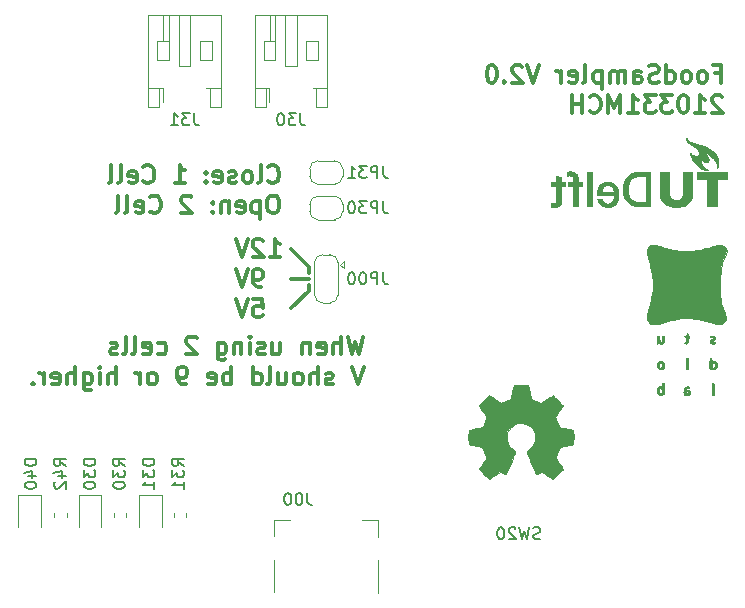
<source format=gbr>
G04 #@! TF.GenerationSoftware,KiCad,Pcbnew,(5.0.1-3-g963ef8bb5)*
G04 #@! TF.CreationDate,2021-04-06T11:18:42+02:00*
G04 #@! TF.ProjectId,foodSampler_v20,666F6F6453616D706C65725F7632302E,rev?*
G04 #@! TF.SameCoordinates,Original*
G04 #@! TF.FileFunction,Legend,Bot*
G04 #@! TF.FilePolarity,Positive*
%FSLAX46Y46*%
G04 Gerber Fmt 4.6, Leading zero omitted, Abs format (unit mm)*
G04 Created by KiCad (PCBNEW (5.0.1-3-g963ef8bb5)) date 2021 April 06, Tuesday 11:18:42*
%MOMM*%
%LPD*%
G01*
G04 APERTURE LIST*
%ADD10C,0.150000*%
%ADD11C,0.300000*%
%ADD12C,0.100000*%
%ADD13C,0.120000*%
%ADD14C,0.010000*%
G04 APERTURE END LIST*
D10*
G36*
X94500000Y-128500000D02*
X98000000Y-128500000D01*
X98000000Y-132500000D01*
X94500000Y-132500000D01*
X94500000Y-128500000D01*
G37*
X94500000Y-128500000D02*
X98000000Y-128500000D01*
X98000000Y-132500000D01*
X94500000Y-132500000D01*
X94500000Y-128500000D01*
D11*
X98947857Y-112617857D02*
X99447857Y-112617857D01*
X99447857Y-113403571D02*
X99447857Y-111903571D01*
X98733571Y-111903571D01*
X97947857Y-113403571D02*
X98090714Y-113332142D01*
X98162142Y-113260714D01*
X98233571Y-113117857D01*
X98233571Y-112689285D01*
X98162142Y-112546428D01*
X98090714Y-112475000D01*
X97947857Y-112403571D01*
X97733571Y-112403571D01*
X97590714Y-112475000D01*
X97519285Y-112546428D01*
X97447857Y-112689285D01*
X97447857Y-113117857D01*
X97519285Y-113260714D01*
X97590714Y-113332142D01*
X97733571Y-113403571D01*
X97947857Y-113403571D01*
X96590714Y-113403571D02*
X96733571Y-113332142D01*
X96805000Y-113260714D01*
X96876428Y-113117857D01*
X96876428Y-112689285D01*
X96805000Y-112546428D01*
X96733571Y-112475000D01*
X96590714Y-112403571D01*
X96376428Y-112403571D01*
X96233571Y-112475000D01*
X96162142Y-112546428D01*
X96090714Y-112689285D01*
X96090714Y-113117857D01*
X96162142Y-113260714D01*
X96233571Y-113332142D01*
X96376428Y-113403571D01*
X96590714Y-113403571D01*
X94805000Y-113403571D02*
X94805000Y-111903571D01*
X94805000Y-113332142D02*
X94947857Y-113403571D01*
X95233571Y-113403571D01*
X95376428Y-113332142D01*
X95447857Y-113260714D01*
X95519285Y-113117857D01*
X95519285Y-112689285D01*
X95447857Y-112546428D01*
X95376428Y-112475000D01*
X95233571Y-112403571D01*
X94947857Y-112403571D01*
X94805000Y-112475000D01*
X94162142Y-113332142D02*
X93947857Y-113403571D01*
X93590714Y-113403571D01*
X93447857Y-113332142D01*
X93376428Y-113260714D01*
X93305000Y-113117857D01*
X93305000Y-112975000D01*
X93376428Y-112832142D01*
X93447857Y-112760714D01*
X93590714Y-112689285D01*
X93876428Y-112617857D01*
X94019285Y-112546428D01*
X94090714Y-112475000D01*
X94162142Y-112332142D01*
X94162142Y-112189285D01*
X94090714Y-112046428D01*
X94019285Y-111975000D01*
X93876428Y-111903571D01*
X93519285Y-111903571D01*
X93305000Y-111975000D01*
X92019285Y-113403571D02*
X92019285Y-112617857D01*
X92090714Y-112475000D01*
X92233571Y-112403571D01*
X92519285Y-112403571D01*
X92662142Y-112475000D01*
X92019285Y-113332142D02*
X92162142Y-113403571D01*
X92519285Y-113403571D01*
X92662142Y-113332142D01*
X92733571Y-113189285D01*
X92733571Y-113046428D01*
X92662142Y-112903571D01*
X92519285Y-112832142D01*
X92162142Y-112832142D01*
X92019285Y-112760714D01*
X91305000Y-113403571D02*
X91305000Y-112403571D01*
X91305000Y-112546428D02*
X91233571Y-112475000D01*
X91090714Y-112403571D01*
X90876428Y-112403571D01*
X90733571Y-112475000D01*
X90662142Y-112617857D01*
X90662142Y-113403571D01*
X90662142Y-112617857D02*
X90590714Y-112475000D01*
X90447857Y-112403571D01*
X90233571Y-112403571D01*
X90090714Y-112475000D01*
X90019285Y-112617857D01*
X90019285Y-113403571D01*
X89305000Y-112403571D02*
X89305000Y-113903571D01*
X89305000Y-112475000D02*
X89162142Y-112403571D01*
X88876428Y-112403571D01*
X88733571Y-112475000D01*
X88662142Y-112546428D01*
X88590714Y-112689285D01*
X88590714Y-113117857D01*
X88662142Y-113260714D01*
X88733571Y-113332142D01*
X88876428Y-113403571D01*
X89162142Y-113403571D01*
X89305000Y-113332142D01*
X87733571Y-113403571D02*
X87876428Y-113332142D01*
X87947857Y-113189285D01*
X87947857Y-111903571D01*
X86590714Y-113332142D02*
X86733571Y-113403571D01*
X87019285Y-113403571D01*
X87162142Y-113332142D01*
X87233571Y-113189285D01*
X87233571Y-112617857D01*
X87162142Y-112475000D01*
X87019285Y-112403571D01*
X86733571Y-112403571D01*
X86590714Y-112475000D01*
X86519285Y-112617857D01*
X86519285Y-112760714D01*
X87233571Y-112903571D01*
X85876428Y-113403571D02*
X85876428Y-112403571D01*
X85876428Y-112689285D02*
X85805000Y-112546428D01*
X85733571Y-112475000D01*
X85590714Y-112403571D01*
X85447857Y-112403571D01*
X84019285Y-111903571D02*
X83519285Y-113403571D01*
X83019285Y-111903571D01*
X82590714Y-112046428D02*
X82519285Y-111975000D01*
X82376428Y-111903571D01*
X82019285Y-111903571D01*
X81876428Y-111975000D01*
X81805000Y-112046428D01*
X81733571Y-112189285D01*
X81733571Y-112332142D01*
X81805000Y-112546428D01*
X82662142Y-113403571D01*
X81733571Y-113403571D01*
X81090714Y-113260714D02*
X81019285Y-113332142D01*
X81090714Y-113403571D01*
X81162142Y-113332142D01*
X81090714Y-113260714D01*
X81090714Y-113403571D01*
X80090714Y-111903571D02*
X79947857Y-111903571D01*
X79805000Y-111975000D01*
X79733571Y-112046428D01*
X79662142Y-112189285D01*
X79590714Y-112475000D01*
X79590714Y-112832142D01*
X79662142Y-113117857D01*
X79733571Y-113260714D01*
X79805000Y-113332142D01*
X79947857Y-113403571D01*
X80090714Y-113403571D01*
X80233571Y-113332142D01*
X80305000Y-113260714D01*
X80376428Y-113117857D01*
X80447857Y-112832142D01*
X80447857Y-112475000D01*
X80376428Y-112189285D01*
X80305000Y-112046428D01*
X80233571Y-111975000D01*
X80090714Y-111903571D01*
X99519285Y-114596428D02*
X99447857Y-114525000D01*
X99305000Y-114453571D01*
X98947857Y-114453571D01*
X98805000Y-114525000D01*
X98733571Y-114596428D01*
X98662142Y-114739285D01*
X98662142Y-114882142D01*
X98733571Y-115096428D01*
X99590714Y-115953571D01*
X98662142Y-115953571D01*
X97233571Y-115953571D02*
X98090714Y-115953571D01*
X97662142Y-115953571D02*
X97662142Y-114453571D01*
X97805000Y-114667857D01*
X97947857Y-114810714D01*
X98090714Y-114882142D01*
X96304999Y-114453571D02*
X96162142Y-114453571D01*
X96019285Y-114525000D01*
X95947857Y-114596428D01*
X95876428Y-114739285D01*
X95805000Y-115025000D01*
X95805000Y-115382142D01*
X95876428Y-115667857D01*
X95947857Y-115810714D01*
X96019285Y-115882142D01*
X96162142Y-115953571D01*
X96304999Y-115953571D01*
X96447857Y-115882142D01*
X96519285Y-115810714D01*
X96590714Y-115667857D01*
X96662142Y-115382142D01*
X96662142Y-115025000D01*
X96590714Y-114739285D01*
X96519285Y-114596428D01*
X96447857Y-114525000D01*
X96304999Y-114453571D01*
X95304999Y-114453571D02*
X94376428Y-114453571D01*
X94876428Y-115025000D01*
X94662142Y-115025000D01*
X94519285Y-115096428D01*
X94447857Y-115167857D01*
X94376428Y-115310714D01*
X94376428Y-115667857D01*
X94447857Y-115810714D01*
X94519285Y-115882142D01*
X94662142Y-115953571D01*
X95090714Y-115953571D01*
X95233571Y-115882142D01*
X95304999Y-115810714D01*
X93876428Y-114453571D02*
X92947857Y-114453571D01*
X93447857Y-115025000D01*
X93233571Y-115025000D01*
X93090714Y-115096428D01*
X93019285Y-115167857D01*
X92947857Y-115310714D01*
X92947857Y-115667857D01*
X93019285Y-115810714D01*
X93090714Y-115882142D01*
X93233571Y-115953571D01*
X93662142Y-115953571D01*
X93804999Y-115882142D01*
X93876428Y-115810714D01*
X91519285Y-115953571D02*
X92376428Y-115953571D01*
X91947857Y-115953571D02*
X91947857Y-114453571D01*
X92090714Y-114667857D01*
X92233571Y-114810714D01*
X92376428Y-114882142D01*
X90876428Y-115953571D02*
X90876428Y-114453571D01*
X90376428Y-115525000D01*
X89876428Y-114453571D01*
X89876428Y-115953571D01*
X88304999Y-115810714D02*
X88376428Y-115882142D01*
X88590714Y-115953571D01*
X88733571Y-115953571D01*
X88947857Y-115882142D01*
X89090714Y-115739285D01*
X89162142Y-115596428D01*
X89233571Y-115310714D01*
X89233571Y-115096428D01*
X89162142Y-114810714D01*
X89090714Y-114667857D01*
X88947857Y-114525000D01*
X88733571Y-114453571D01*
X88590714Y-114453571D01*
X88376428Y-114525000D01*
X88304999Y-114596428D01*
X87662142Y-115953571D02*
X87662142Y-114453571D01*
X87662142Y-115167857D02*
X86805000Y-115167857D01*
X86805000Y-115953571D02*
X86805000Y-114453571D01*
X69090714Y-134903571D02*
X68733571Y-136403571D01*
X68447857Y-135332142D01*
X68162142Y-136403571D01*
X67805000Y-134903571D01*
X67233571Y-136403571D02*
X67233571Y-134903571D01*
X66590714Y-136403571D02*
X66590714Y-135617857D01*
X66662142Y-135475000D01*
X66805000Y-135403571D01*
X67019285Y-135403571D01*
X67162142Y-135475000D01*
X67233571Y-135546428D01*
X65305000Y-136332142D02*
X65447857Y-136403571D01*
X65733571Y-136403571D01*
X65876428Y-136332142D01*
X65947857Y-136189285D01*
X65947857Y-135617857D01*
X65876428Y-135475000D01*
X65733571Y-135403571D01*
X65447857Y-135403571D01*
X65305000Y-135475000D01*
X65233571Y-135617857D01*
X65233571Y-135760714D01*
X65947857Y-135903571D01*
X64590714Y-135403571D02*
X64590714Y-136403571D01*
X64590714Y-135546428D02*
X64519285Y-135475000D01*
X64376428Y-135403571D01*
X64162142Y-135403571D01*
X64019285Y-135475000D01*
X63947857Y-135617857D01*
X63947857Y-136403571D01*
X61447857Y-135403571D02*
X61447857Y-136403571D01*
X62090714Y-135403571D02*
X62090714Y-136189285D01*
X62019285Y-136332142D01*
X61876428Y-136403571D01*
X61662142Y-136403571D01*
X61519285Y-136332142D01*
X61447857Y-136260714D01*
X60805000Y-136332142D02*
X60662142Y-136403571D01*
X60376428Y-136403571D01*
X60233571Y-136332142D01*
X60162142Y-136189285D01*
X60162142Y-136117857D01*
X60233571Y-135975000D01*
X60376428Y-135903571D01*
X60590714Y-135903571D01*
X60733571Y-135832142D01*
X60805000Y-135689285D01*
X60805000Y-135617857D01*
X60733571Y-135475000D01*
X60590714Y-135403571D01*
X60376428Y-135403571D01*
X60233571Y-135475000D01*
X59519285Y-136403571D02*
X59519285Y-135403571D01*
X59519285Y-134903571D02*
X59590714Y-134975000D01*
X59519285Y-135046428D01*
X59447857Y-134975000D01*
X59519285Y-134903571D01*
X59519285Y-135046428D01*
X58805000Y-135403571D02*
X58805000Y-136403571D01*
X58805000Y-135546428D02*
X58733571Y-135475000D01*
X58590714Y-135403571D01*
X58376428Y-135403571D01*
X58233571Y-135475000D01*
X58162142Y-135617857D01*
X58162142Y-136403571D01*
X56805000Y-135403571D02*
X56805000Y-136617857D01*
X56876428Y-136760714D01*
X56947857Y-136832142D01*
X57090714Y-136903571D01*
X57305000Y-136903571D01*
X57447857Y-136832142D01*
X56805000Y-136332142D02*
X56947857Y-136403571D01*
X57233571Y-136403571D01*
X57376428Y-136332142D01*
X57447857Y-136260714D01*
X57519285Y-136117857D01*
X57519285Y-135689285D01*
X57447857Y-135546428D01*
X57376428Y-135475000D01*
X57233571Y-135403571D01*
X56947857Y-135403571D01*
X56805000Y-135475000D01*
X55019285Y-135046428D02*
X54947857Y-134975000D01*
X54805000Y-134903571D01*
X54447857Y-134903571D01*
X54305000Y-134975000D01*
X54233571Y-135046428D01*
X54162142Y-135189285D01*
X54162142Y-135332142D01*
X54233571Y-135546428D01*
X55090714Y-136403571D01*
X54162142Y-136403571D01*
X51733571Y-136332142D02*
X51876428Y-136403571D01*
X52162142Y-136403571D01*
X52305000Y-136332142D01*
X52376428Y-136260714D01*
X52447857Y-136117857D01*
X52447857Y-135689285D01*
X52376428Y-135546428D01*
X52305000Y-135475000D01*
X52162142Y-135403571D01*
X51876428Y-135403571D01*
X51733571Y-135475000D01*
X50519285Y-136332142D02*
X50662142Y-136403571D01*
X50947857Y-136403571D01*
X51090714Y-136332142D01*
X51162142Y-136189285D01*
X51162142Y-135617857D01*
X51090714Y-135475000D01*
X50947857Y-135403571D01*
X50662142Y-135403571D01*
X50519285Y-135475000D01*
X50447857Y-135617857D01*
X50447857Y-135760714D01*
X51162142Y-135903571D01*
X49590714Y-136403571D02*
X49733571Y-136332142D01*
X49805000Y-136189285D01*
X49805000Y-134903571D01*
X48805000Y-136403571D02*
X48947857Y-136332142D01*
X49019285Y-136189285D01*
X49019285Y-134903571D01*
X48305000Y-136332142D02*
X48162142Y-136403571D01*
X47876428Y-136403571D01*
X47733571Y-136332142D01*
X47662142Y-136189285D01*
X47662142Y-136117857D01*
X47733571Y-135975000D01*
X47876428Y-135903571D01*
X48090714Y-135903571D01*
X48233571Y-135832142D01*
X48305000Y-135689285D01*
X48305000Y-135617857D01*
X48233571Y-135475000D01*
X48090714Y-135403571D01*
X47876428Y-135403571D01*
X47733571Y-135475000D01*
X69162142Y-137453571D02*
X68662142Y-138953571D01*
X68162142Y-137453571D01*
X66590714Y-138882142D02*
X66447857Y-138953571D01*
X66162142Y-138953571D01*
X66019285Y-138882142D01*
X65947857Y-138739285D01*
X65947857Y-138667857D01*
X66019285Y-138525000D01*
X66162142Y-138453571D01*
X66376428Y-138453571D01*
X66519285Y-138382142D01*
X66590714Y-138239285D01*
X66590714Y-138167857D01*
X66519285Y-138025000D01*
X66376428Y-137953571D01*
X66162142Y-137953571D01*
X66019285Y-138025000D01*
X65305000Y-138953571D02*
X65305000Y-137453571D01*
X64662142Y-138953571D02*
X64662142Y-138167857D01*
X64733571Y-138025000D01*
X64876428Y-137953571D01*
X65090714Y-137953571D01*
X65233571Y-138025000D01*
X65305000Y-138096428D01*
X63733571Y-138953571D02*
X63876428Y-138882142D01*
X63947857Y-138810714D01*
X64019285Y-138667857D01*
X64019285Y-138239285D01*
X63947857Y-138096428D01*
X63876428Y-138025000D01*
X63733571Y-137953571D01*
X63519285Y-137953571D01*
X63376428Y-138025000D01*
X63305000Y-138096428D01*
X63233571Y-138239285D01*
X63233571Y-138667857D01*
X63305000Y-138810714D01*
X63376428Y-138882142D01*
X63519285Y-138953571D01*
X63733571Y-138953571D01*
X61947857Y-137953571D02*
X61947857Y-138953571D01*
X62590714Y-137953571D02*
X62590714Y-138739285D01*
X62519285Y-138882142D01*
X62376428Y-138953571D01*
X62162142Y-138953571D01*
X62019285Y-138882142D01*
X61947857Y-138810714D01*
X61019285Y-138953571D02*
X61162142Y-138882142D01*
X61233571Y-138739285D01*
X61233571Y-137453571D01*
X59805000Y-138953571D02*
X59805000Y-137453571D01*
X59805000Y-138882142D02*
X59947857Y-138953571D01*
X60233571Y-138953571D01*
X60376428Y-138882142D01*
X60447857Y-138810714D01*
X60519285Y-138667857D01*
X60519285Y-138239285D01*
X60447857Y-138096428D01*
X60376428Y-138025000D01*
X60233571Y-137953571D01*
X59947857Y-137953571D01*
X59805000Y-138025000D01*
X57947857Y-138953571D02*
X57947857Y-137453571D01*
X57947857Y-138025000D02*
X57805000Y-137953571D01*
X57519285Y-137953571D01*
X57376428Y-138025000D01*
X57305000Y-138096428D01*
X57233571Y-138239285D01*
X57233571Y-138667857D01*
X57305000Y-138810714D01*
X57376428Y-138882142D01*
X57519285Y-138953571D01*
X57805000Y-138953571D01*
X57947857Y-138882142D01*
X56019285Y-138882142D02*
X56162142Y-138953571D01*
X56447857Y-138953571D01*
X56590714Y-138882142D01*
X56662142Y-138739285D01*
X56662142Y-138167857D01*
X56590714Y-138025000D01*
X56447857Y-137953571D01*
X56162142Y-137953571D01*
X56019285Y-138025000D01*
X55947857Y-138167857D01*
X55947857Y-138310714D01*
X56662142Y-138453571D01*
X54090714Y-138953571D02*
X53805000Y-138953571D01*
X53662142Y-138882142D01*
X53590714Y-138810714D01*
X53447857Y-138596428D01*
X53376428Y-138310714D01*
X53376428Y-137739285D01*
X53447857Y-137596428D01*
X53519285Y-137525000D01*
X53662142Y-137453571D01*
X53947857Y-137453571D01*
X54090714Y-137525000D01*
X54162142Y-137596428D01*
X54233571Y-137739285D01*
X54233571Y-138096428D01*
X54162142Y-138239285D01*
X54090714Y-138310714D01*
X53947857Y-138382142D01*
X53662142Y-138382142D01*
X53519285Y-138310714D01*
X53447857Y-138239285D01*
X53376428Y-138096428D01*
X51376428Y-138953571D02*
X51519285Y-138882142D01*
X51590714Y-138810714D01*
X51662142Y-138667857D01*
X51662142Y-138239285D01*
X51590714Y-138096428D01*
X51519285Y-138025000D01*
X51376428Y-137953571D01*
X51162142Y-137953571D01*
X51019285Y-138025000D01*
X50947857Y-138096428D01*
X50876428Y-138239285D01*
X50876428Y-138667857D01*
X50947857Y-138810714D01*
X51019285Y-138882142D01*
X51162142Y-138953571D01*
X51376428Y-138953571D01*
X50233571Y-138953571D02*
X50233571Y-137953571D01*
X50233571Y-138239285D02*
X50162142Y-138096428D01*
X50090714Y-138025000D01*
X49947857Y-137953571D01*
X49805000Y-137953571D01*
X48162142Y-138953571D02*
X48162142Y-137453571D01*
X47519285Y-138953571D02*
X47519285Y-138167857D01*
X47590714Y-138025000D01*
X47733571Y-137953571D01*
X47947857Y-137953571D01*
X48090714Y-138025000D01*
X48162142Y-138096428D01*
X46805000Y-138953571D02*
X46805000Y-137953571D01*
X46805000Y-137453571D02*
X46876428Y-137525000D01*
X46805000Y-137596428D01*
X46733571Y-137525000D01*
X46805000Y-137453571D01*
X46805000Y-137596428D01*
X45447857Y-137953571D02*
X45447857Y-139167857D01*
X45519285Y-139310714D01*
X45590714Y-139382142D01*
X45733571Y-139453571D01*
X45947857Y-139453571D01*
X46090714Y-139382142D01*
X45447857Y-138882142D02*
X45590714Y-138953571D01*
X45876428Y-138953571D01*
X46019285Y-138882142D01*
X46090714Y-138810714D01*
X46162142Y-138667857D01*
X46162142Y-138239285D01*
X46090714Y-138096428D01*
X46019285Y-138025000D01*
X45876428Y-137953571D01*
X45590714Y-137953571D01*
X45447857Y-138025000D01*
X44733571Y-138953571D02*
X44733571Y-137453571D01*
X44090714Y-138953571D02*
X44090714Y-138167857D01*
X44162142Y-138025000D01*
X44305000Y-137953571D01*
X44519285Y-137953571D01*
X44662142Y-138025000D01*
X44733571Y-138096428D01*
X42805000Y-138882142D02*
X42947857Y-138953571D01*
X43233571Y-138953571D01*
X43376428Y-138882142D01*
X43447857Y-138739285D01*
X43447857Y-138167857D01*
X43376428Y-138025000D01*
X43233571Y-137953571D01*
X42947857Y-137953571D01*
X42805000Y-138025000D01*
X42733571Y-138167857D01*
X42733571Y-138310714D01*
X43447857Y-138453571D01*
X42090714Y-138953571D02*
X42090714Y-137953571D01*
X42090714Y-138239285D02*
X42019285Y-138096428D01*
X41947857Y-138025000D01*
X41805000Y-137953571D01*
X41662142Y-137953571D01*
X41162142Y-138810714D02*
X41090714Y-138882142D01*
X41162142Y-138953571D01*
X41233571Y-138882142D01*
X41162142Y-138810714D01*
X41162142Y-138953571D01*
X64500000Y-131000000D02*
X63000000Y-132500000D01*
X64500000Y-130500000D02*
X64500000Y-131000000D01*
X64500000Y-129000000D02*
X63000000Y-127500000D01*
X64500000Y-129500000D02*
X64500000Y-129000000D01*
X64500000Y-130000000D02*
X63000000Y-130000000D01*
X61195000Y-128128571D02*
X62052142Y-128128571D01*
X61623571Y-128128571D02*
X61623571Y-126628571D01*
X61766428Y-126842857D01*
X61909285Y-126985714D01*
X62052142Y-127057142D01*
X60623571Y-126771428D02*
X60552142Y-126700000D01*
X60409285Y-126628571D01*
X60052142Y-126628571D01*
X59909285Y-126700000D01*
X59837857Y-126771428D01*
X59766428Y-126914285D01*
X59766428Y-127057142D01*
X59837857Y-127271428D01*
X60695000Y-128128571D01*
X59766428Y-128128571D01*
X59337857Y-126628571D02*
X58837857Y-128128571D01*
X58337857Y-126628571D01*
X60480714Y-130678571D02*
X60195000Y-130678571D01*
X60052142Y-130607142D01*
X59980714Y-130535714D01*
X59837857Y-130321428D01*
X59766428Y-130035714D01*
X59766428Y-129464285D01*
X59837857Y-129321428D01*
X59909285Y-129250000D01*
X60052142Y-129178571D01*
X60337857Y-129178571D01*
X60480714Y-129250000D01*
X60552142Y-129321428D01*
X60623571Y-129464285D01*
X60623571Y-129821428D01*
X60552142Y-129964285D01*
X60480714Y-130035714D01*
X60337857Y-130107142D01*
X60052142Y-130107142D01*
X59909285Y-130035714D01*
X59837857Y-129964285D01*
X59766428Y-129821428D01*
X59337857Y-129178571D02*
X58837857Y-130678571D01*
X58337857Y-129178571D01*
X59837857Y-131728571D02*
X60552142Y-131728571D01*
X60623571Y-132442857D01*
X60552142Y-132371428D01*
X60409285Y-132300000D01*
X60052142Y-132300000D01*
X59909285Y-132371428D01*
X59837857Y-132442857D01*
X59766428Y-132585714D01*
X59766428Y-132942857D01*
X59837857Y-133085714D01*
X59909285Y-133157142D01*
X60052142Y-133228571D01*
X60409285Y-133228571D01*
X60552142Y-133157142D01*
X60623571Y-133085714D01*
X59337857Y-131728571D02*
X58837857Y-133228571D01*
X58337857Y-131728571D01*
X61090714Y-121760714D02*
X61162142Y-121832142D01*
X61376428Y-121903571D01*
X61519285Y-121903571D01*
X61733571Y-121832142D01*
X61876428Y-121689285D01*
X61947857Y-121546428D01*
X62019285Y-121260714D01*
X62019285Y-121046428D01*
X61947857Y-120760714D01*
X61876428Y-120617857D01*
X61733571Y-120475000D01*
X61519285Y-120403571D01*
X61376428Y-120403571D01*
X61162142Y-120475000D01*
X61090714Y-120546428D01*
X60233571Y-121903571D02*
X60376428Y-121832142D01*
X60447857Y-121689285D01*
X60447857Y-120403571D01*
X59447857Y-121903571D02*
X59590714Y-121832142D01*
X59662142Y-121760714D01*
X59733571Y-121617857D01*
X59733571Y-121189285D01*
X59662142Y-121046428D01*
X59590714Y-120975000D01*
X59447857Y-120903571D01*
X59233571Y-120903571D01*
X59090714Y-120975000D01*
X59019285Y-121046428D01*
X58947857Y-121189285D01*
X58947857Y-121617857D01*
X59019285Y-121760714D01*
X59090714Y-121832142D01*
X59233571Y-121903571D01*
X59447857Y-121903571D01*
X58376428Y-121832142D02*
X58233571Y-121903571D01*
X57947857Y-121903571D01*
X57805000Y-121832142D01*
X57733571Y-121689285D01*
X57733571Y-121617857D01*
X57805000Y-121475000D01*
X57947857Y-121403571D01*
X58162142Y-121403571D01*
X58305000Y-121332142D01*
X58376428Y-121189285D01*
X58376428Y-121117857D01*
X58305000Y-120975000D01*
X58162142Y-120903571D01*
X57947857Y-120903571D01*
X57805000Y-120975000D01*
X56519285Y-121832142D02*
X56662142Y-121903571D01*
X56947857Y-121903571D01*
X57090714Y-121832142D01*
X57162142Y-121689285D01*
X57162142Y-121117857D01*
X57090714Y-120975000D01*
X56947857Y-120903571D01*
X56662142Y-120903571D01*
X56519285Y-120975000D01*
X56447857Y-121117857D01*
X56447857Y-121260714D01*
X57162142Y-121403571D01*
X55805000Y-121760714D02*
X55733571Y-121832142D01*
X55805000Y-121903571D01*
X55876428Y-121832142D01*
X55805000Y-121760714D01*
X55805000Y-121903571D01*
X55805000Y-120975000D02*
X55733571Y-121046428D01*
X55805000Y-121117857D01*
X55876428Y-121046428D01*
X55805000Y-120975000D01*
X55805000Y-121117857D01*
X53162142Y-121903571D02*
X54019285Y-121903571D01*
X53590714Y-121903571D02*
X53590714Y-120403571D01*
X53733571Y-120617857D01*
X53876428Y-120760714D01*
X54019285Y-120832142D01*
X50519285Y-121760714D02*
X50590714Y-121832142D01*
X50805000Y-121903571D01*
X50947857Y-121903571D01*
X51162142Y-121832142D01*
X51305000Y-121689285D01*
X51376428Y-121546428D01*
X51447857Y-121260714D01*
X51447857Y-121046428D01*
X51376428Y-120760714D01*
X51305000Y-120617857D01*
X51162142Y-120475000D01*
X50947857Y-120403571D01*
X50805000Y-120403571D01*
X50590714Y-120475000D01*
X50519285Y-120546428D01*
X49305000Y-121832142D02*
X49447857Y-121903571D01*
X49733571Y-121903571D01*
X49876428Y-121832142D01*
X49947857Y-121689285D01*
X49947857Y-121117857D01*
X49876428Y-120975000D01*
X49733571Y-120903571D01*
X49447857Y-120903571D01*
X49305000Y-120975000D01*
X49233571Y-121117857D01*
X49233571Y-121260714D01*
X49947857Y-121403571D01*
X48376428Y-121903571D02*
X48519285Y-121832142D01*
X48590714Y-121689285D01*
X48590714Y-120403571D01*
X47590714Y-121903571D02*
X47733571Y-121832142D01*
X47805000Y-121689285D01*
X47805000Y-120403571D01*
X61662142Y-122953571D02*
X61376428Y-122953571D01*
X61233571Y-123025000D01*
X61090714Y-123167857D01*
X61019285Y-123453571D01*
X61019285Y-123953571D01*
X61090714Y-124239285D01*
X61233571Y-124382142D01*
X61376428Y-124453571D01*
X61662142Y-124453571D01*
X61805000Y-124382142D01*
X61947857Y-124239285D01*
X62019285Y-123953571D01*
X62019285Y-123453571D01*
X61947857Y-123167857D01*
X61805000Y-123025000D01*
X61662142Y-122953571D01*
X60376428Y-123453571D02*
X60376428Y-124953571D01*
X60376428Y-123525000D02*
X60233571Y-123453571D01*
X59947857Y-123453571D01*
X59805000Y-123525000D01*
X59733571Y-123596428D01*
X59662142Y-123739285D01*
X59662142Y-124167857D01*
X59733571Y-124310714D01*
X59805000Y-124382142D01*
X59947857Y-124453571D01*
X60233571Y-124453571D01*
X60376428Y-124382142D01*
X58447857Y-124382142D02*
X58590714Y-124453571D01*
X58876428Y-124453571D01*
X59019285Y-124382142D01*
X59090714Y-124239285D01*
X59090714Y-123667857D01*
X59019285Y-123525000D01*
X58876428Y-123453571D01*
X58590714Y-123453571D01*
X58447857Y-123525000D01*
X58376428Y-123667857D01*
X58376428Y-123810714D01*
X59090714Y-123953571D01*
X57733571Y-123453571D02*
X57733571Y-124453571D01*
X57733571Y-123596428D02*
X57662142Y-123525000D01*
X57519285Y-123453571D01*
X57305000Y-123453571D01*
X57162142Y-123525000D01*
X57090714Y-123667857D01*
X57090714Y-124453571D01*
X56376428Y-124310714D02*
X56305000Y-124382142D01*
X56376428Y-124453571D01*
X56447857Y-124382142D01*
X56376428Y-124310714D01*
X56376428Y-124453571D01*
X56376428Y-123525000D02*
X56305000Y-123596428D01*
X56376428Y-123667857D01*
X56447857Y-123596428D01*
X56376428Y-123525000D01*
X56376428Y-123667857D01*
X54590714Y-123096428D02*
X54519285Y-123025000D01*
X54376428Y-122953571D01*
X54019285Y-122953571D01*
X53876428Y-123025000D01*
X53805000Y-123096428D01*
X53733571Y-123239285D01*
X53733571Y-123382142D01*
X53805000Y-123596428D01*
X54662142Y-124453571D01*
X53733571Y-124453571D01*
X51090714Y-124310714D02*
X51162142Y-124382142D01*
X51376428Y-124453571D01*
X51519285Y-124453571D01*
X51733571Y-124382142D01*
X51876428Y-124239285D01*
X51947857Y-124096428D01*
X52019285Y-123810714D01*
X52019285Y-123596428D01*
X51947857Y-123310714D01*
X51876428Y-123167857D01*
X51733571Y-123025000D01*
X51519285Y-122953571D01*
X51376428Y-122953571D01*
X51162142Y-123025000D01*
X51090714Y-123096428D01*
X49876428Y-124382142D02*
X50019285Y-124453571D01*
X50305000Y-124453571D01*
X50447857Y-124382142D01*
X50519285Y-124239285D01*
X50519285Y-123667857D01*
X50447857Y-123525000D01*
X50305000Y-123453571D01*
X50019285Y-123453571D01*
X49876428Y-123525000D01*
X49805000Y-123667857D01*
X49805000Y-123810714D01*
X50519285Y-123953571D01*
X48947857Y-124453571D02*
X49090714Y-124382142D01*
X49162142Y-124239285D01*
X49162142Y-122953571D01*
X48162142Y-124453571D02*
X48305000Y-124382142D01*
X48376428Y-124239285D01*
X48376428Y-122953571D01*
D12*
G04 #@! TO.C,J00*
X70400000Y-150400000D02*
X69000000Y-150400000D01*
X70400000Y-150400000D02*
X70400000Y-151900000D01*
X62900000Y-150400000D02*
X61600000Y-150400000D01*
X61600000Y-150400000D02*
X61600000Y-151800000D01*
X70400000Y-153800000D02*
X70400000Y-156600000D01*
X61600000Y-153800000D02*
X61600000Y-156500000D01*
D13*
G04 #@! TO.C,J30*
X61140000Y-113860000D02*
X60860000Y-113860000D01*
X60860000Y-113860000D02*
X60860000Y-115460000D01*
X60860000Y-115460000D02*
X59940000Y-115460000D01*
X59940000Y-115460000D02*
X59940000Y-107640000D01*
X59940000Y-107640000D02*
X66060000Y-107640000D01*
X66060000Y-107640000D02*
X66060000Y-115460000D01*
X66060000Y-115460000D02*
X65140000Y-115460000D01*
X65140000Y-115460000D02*
X65140000Y-113860000D01*
X65140000Y-113860000D02*
X64860000Y-113860000D01*
X62500000Y-107640000D02*
X62500000Y-112000000D01*
X62500000Y-112000000D02*
X63500000Y-112000000D01*
X63500000Y-112000000D02*
X63500000Y-107640000D01*
X59940000Y-113860000D02*
X60860000Y-113860000D01*
X66060000Y-113860000D02*
X65140000Y-113860000D01*
X60700000Y-111500000D02*
X60700000Y-109900000D01*
X60700000Y-109900000D02*
X61700000Y-109900000D01*
X61700000Y-109900000D02*
X61700000Y-111500000D01*
X61700000Y-111500000D02*
X60700000Y-111500000D01*
X65300000Y-111500000D02*
X65300000Y-109900000D01*
X65300000Y-109900000D02*
X64300000Y-109900000D01*
X64300000Y-109900000D02*
X64300000Y-111500000D01*
X64300000Y-111500000D02*
X65300000Y-111500000D01*
X61700000Y-109900000D02*
X61700000Y-107640000D01*
X61200000Y-109900000D02*
X61200000Y-107640000D01*
X61140000Y-113860000D02*
X61140000Y-115075000D01*
G04 #@! TO.C,J31*
X52140000Y-113860000D02*
X52140000Y-115075000D01*
X52200000Y-109900000D02*
X52200000Y-107640000D01*
X52700000Y-109900000D02*
X52700000Y-107640000D01*
X55300000Y-111500000D02*
X56300000Y-111500000D01*
X55300000Y-109900000D02*
X55300000Y-111500000D01*
X56300000Y-109900000D02*
X55300000Y-109900000D01*
X56300000Y-111500000D02*
X56300000Y-109900000D01*
X52700000Y-111500000D02*
X51700000Y-111500000D01*
X52700000Y-109900000D02*
X52700000Y-111500000D01*
X51700000Y-109900000D02*
X52700000Y-109900000D01*
X51700000Y-111500000D02*
X51700000Y-109900000D01*
X57060000Y-113860000D02*
X56140000Y-113860000D01*
X50940000Y-113860000D02*
X51860000Y-113860000D01*
X54500000Y-112000000D02*
X54500000Y-107640000D01*
X53500000Y-112000000D02*
X54500000Y-112000000D01*
X53500000Y-107640000D02*
X53500000Y-112000000D01*
X56140000Y-113860000D02*
X55860000Y-113860000D01*
X56140000Y-115460000D02*
X56140000Y-113860000D01*
X57060000Y-115460000D02*
X56140000Y-115460000D01*
X57060000Y-107640000D02*
X57060000Y-115460000D01*
X50940000Y-107640000D02*
X57060000Y-107640000D01*
X50940000Y-115460000D02*
X50940000Y-107640000D01*
X51860000Y-115460000D02*
X50940000Y-115460000D01*
X51860000Y-113860000D02*
X51860000Y-115460000D01*
X52140000Y-113860000D02*
X51860000Y-113860000D01*
G04 #@! TO.C,JP00*
X67200000Y-128800000D02*
X67500000Y-129100000D01*
X67500000Y-128500000D02*
X67500000Y-129100000D01*
X67200000Y-128800000D02*
X67500000Y-128500000D01*
X66300000Y-127950000D02*
X65700000Y-127950000D01*
X67000000Y-131400000D02*
X67000000Y-128600000D01*
X65700000Y-132050000D02*
X66300000Y-132050000D01*
X65000000Y-128600000D02*
X65000000Y-131400000D01*
X65000000Y-131350000D02*
G75*
G03X65700000Y-132050000I700000J0D01*
G01*
X66300000Y-132050000D02*
G75*
G03X67000000Y-131350000I0J700000D01*
G01*
X67000000Y-128650000D02*
G75*
G03X66300000Y-127950000I-700000J0D01*
G01*
X65700000Y-127950000D02*
G75*
G03X65000000Y-128650000I0J-700000D01*
G01*
G04 #@! TO.C,JP30*
X66700000Y-123000000D02*
X65300000Y-123000000D01*
X64600000Y-123700000D02*
X64600000Y-124300000D01*
X65300000Y-125000000D02*
X66700000Y-125000000D01*
X67400000Y-124300000D02*
X67400000Y-123700000D01*
X67400000Y-123700000D02*
G75*
G03X66700000Y-123000000I-700000J0D01*
G01*
X66700000Y-125000000D02*
G75*
G03X67400000Y-124300000I0J700000D01*
G01*
X64600000Y-124300000D02*
G75*
G03X65300000Y-125000000I700000J0D01*
G01*
X65300000Y-123000000D02*
G75*
G03X64600000Y-123700000I0J-700000D01*
G01*
G04 #@! TO.C,JP31*
X65300000Y-120000000D02*
G75*
G03X64600000Y-120700000I0J-700000D01*
G01*
X64600000Y-121300000D02*
G75*
G03X65300000Y-122000000I700000J0D01*
G01*
X66700000Y-122000000D02*
G75*
G03X67400000Y-121300000I0J700000D01*
G01*
X67400000Y-120700000D02*
G75*
G03X66700000Y-120000000I-700000J0D01*
G01*
X67400000Y-121300000D02*
X67400000Y-120700000D01*
X65300000Y-122000000D02*
X66700000Y-122000000D01*
X64600000Y-120700000D02*
X64600000Y-121300000D01*
X66700000Y-120000000D02*
X65300000Y-120000000D01*
G04 #@! TO.C,R30*
X47990000Y-149837221D02*
X47990000Y-150162779D01*
X49010000Y-149837221D02*
X49010000Y-150162779D01*
G04 #@! TO.C,R31*
X53090000Y-149837221D02*
X53090000Y-150162779D01*
X54110000Y-149837221D02*
X54110000Y-150162779D01*
G04 #@! TO.C,D30*
X45040000Y-151000000D02*
X45040000Y-148315000D01*
X45040000Y-148315000D02*
X46960000Y-148315000D01*
X46960000Y-148315000D02*
X46960000Y-151000000D01*
G04 #@! TO.C,D31*
X52060000Y-148315000D02*
X52060000Y-151000000D01*
X50140000Y-148315000D02*
X52060000Y-148315000D01*
X50140000Y-151000000D02*
X50140000Y-148315000D01*
G04 #@! TO.C,D40*
X39940000Y-151000000D02*
X39940000Y-148315000D01*
X39940000Y-148315000D02*
X41860000Y-148315000D01*
X41860000Y-148315000D02*
X41860000Y-151000000D01*
G04 #@! TO.C,R42*
X44010000Y-150162779D02*
X44010000Y-149837221D01*
X42990000Y-150162779D02*
X42990000Y-149837221D01*
D14*
G04 #@! TO.C,G\002A\002A\002A*
G36*
X96474666Y-118096269D02*
X96464516Y-118114913D01*
X96461090Y-118140407D01*
X96462106Y-118153084D01*
X96475767Y-118213325D01*
X96499431Y-118270826D01*
X96534105Y-118327339D01*
X96580794Y-118384615D01*
X96616133Y-118421195D01*
X96641056Y-118445099D01*
X96666776Y-118468501D01*
X96694614Y-118492424D01*
X96725891Y-118517891D01*
X96761928Y-118545923D01*
X96804047Y-118577544D01*
X96853568Y-118613777D01*
X96911812Y-118655645D01*
X96980101Y-118704170D01*
X96997846Y-118716718D01*
X97084508Y-118778555D01*
X97160126Y-118833886D01*
X97225700Y-118883559D01*
X97282227Y-118928423D01*
X97330708Y-118969327D01*
X97372142Y-119007119D01*
X97407526Y-119042648D01*
X97437860Y-119076764D01*
X97464143Y-119110314D01*
X97469048Y-119117096D01*
X97500644Y-119165324D01*
X97522442Y-119208845D01*
X97535928Y-119251429D01*
X97542585Y-119296846D01*
X97543149Y-119305203D01*
X97541737Y-119373235D01*
X97529495Y-119432923D01*
X97506875Y-119483747D01*
X97474329Y-119525187D01*
X97432311Y-119556722D01*
X97381273Y-119577834D01*
X97321668Y-119588002D01*
X97296127Y-119588889D01*
X97222244Y-119582105D01*
X97145669Y-119561983D01*
X97067154Y-119528868D01*
X96987456Y-119483106D01*
X96907327Y-119425042D01*
X96869968Y-119393806D01*
X96838598Y-119368177D01*
X96814609Y-119352770D01*
X96797835Y-119347932D01*
X96788109Y-119354006D01*
X96785265Y-119371340D01*
X96789138Y-119400278D01*
X96799560Y-119441164D01*
X96816367Y-119494346D01*
X96818508Y-119500695D01*
X96869954Y-119635021D01*
X96932570Y-119768621D01*
X97005193Y-119899986D01*
X97086662Y-120027607D01*
X97175817Y-120149972D01*
X97271495Y-120265574D01*
X97372535Y-120372902D01*
X97477777Y-120470447D01*
X97586060Y-120556699D01*
X97679412Y-120619876D01*
X97779505Y-120675553D01*
X97884054Y-120721482D01*
X97989756Y-120756345D01*
X98066084Y-120774114D01*
X98110925Y-120781614D01*
X98155259Y-120787254D01*
X98196297Y-120790837D01*
X98231249Y-120792168D01*
X98257327Y-120791052D01*
X98269681Y-120788370D01*
X98284044Y-120779162D01*
X98286344Y-120768244D01*
X98276217Y-120755243D01*
X98253298Y-120739787D01*
X98217225Y-120721505D01*
X98194242Y-120711231D01*
X98156905Y-120693111D01*
X98117952Y-120671028D01*
X98084015Y-120648805D01*
X98077025Y-120643625D01*
X98011085Y-120587184D01*
X97948600Y-120522321D01*
X97892170Y-120452230D01*
X97844393Y-120380103D01*
X97811525Y-120317386D01*
X97790571Y-120266083D01*
X97770108Y-120206640D01*
X97750894Y-120142157D01*
X97733687Y-120075735D01*
X97719243Y-120010474D01*
X97708319Y-119949474D01*
X97701673Y-119895838D01*
X97699945Y-119860419D01*
X97700306Y-119833334D01*
X97701884Y-119817448D01*
X97705422Y-119809858D01*
X97711660Y-119807660D01*
X97713439Y-119807611D01*
X97723405Y-119812522D01*
X97736633Y-119827984D01*
X97754004Y-119855095D01*
X97760244Y-119865820D01*
X97785077Y-119903167D01*
X97818120Y-119944251D01*
X97856282Y-119985884D01*
X97896470Y-120024883D01*
X97935592Y-120058060D01*
X97970010Y-120081911D01*
X98034574Y-120114495D01*
X98096242Y-120134810D01*
X98154201Y-120142738D01*
X98207636Y-120138159D01*
X98251745Y-120122974D01*
X98292646Y-120095402D01*
X98326740Y-120057648D01*
X98352753Y-120012511D01*
X98369410Y-119962791D01*
X98375435Y-119911287D01*
X98370107Y-119863071D01*
X98363440Y-119838223D01*
X98354911Y-119813667D01*
X98343561Y-119787606D01*
X98328429Y-119758246D01*
X98308554Y-119723790D01*
X98282977Y-119682443D01*
X98250735Y-119632410D01*
X98229030Y-119599349D01*
X98199700Y-119554098D01*
X98171083Y-119508511D01*
X98144755Y-119465208D01*
X98122294Y-119426811D01*
X98105277Y-119395940D01*
X98098525Y-119382518D01*
X98080763Y-119341556D01*
X98064809Y-119298319D01*
X98051754Y-119256371D01*
X98042689Y-119219277D01*
X98038705Y-119190601D01*
X98038612Y-119186770D01*
X98040468Y-119168748D01*
X98046371Y-119161137D01*
X98056820Y-119164316D01*
X98072317Y-119178664D01*
X98093362Y-119204561D01*
X98120455Y-119242388D01*
X98129665Y-119255866D01*
X98181496Y-119324957D01*
X98243426Y-119393852D01*
X98316522Y-119463613D01*
X98401850Y-119535304D01*
X98437250Y-119562927D01*
X98479845Y-119595566D01*
X98528421Y-119632800D01*
X98577775Y-119670639D01*
X98622708Y-119705098D01*
X98634688Y-119714287D01*
X98694036Y-119761938D01*
X98752033Y-119812495D01*
X98806538Y-119863861D01*
X98855408Y-119913937D01*
X98896499Y-119960626D01*
X98926452Y-120000034D01*
X98963391Y-120057849D01*
X98992645Y-120113102D01*
X99015050Y-120168641D01*
X99031443Y-120227309D01*
X99042659Y-120291953D01*
X99049535Y-120365418D01*
X99052361Y-120428500D01*
X99054582Y-120487234D01*
X99057571Y-120533068D01*
X99061542Y-120567205D01*
X99066710Y-120590845D01*
X99073290Y-120605190D01*
X99081497Y-120611441D01*
X99085198Y-120611945D01*
X99095467Y-120606276D01*
X99106240Y-120588947D01*
X99117678Y-120559469D01*
X99129945Y-120517356D01*
X99143206Y-120462120D01*
X99156226Y-120400278D01*
X99177766Y-120264365D01*
X99186602Y-120134267D01*
X99182619Y-120009417D01*
X99165700Y-119889252D01*
X99135727Y-119773203D01*
X99092585Y-119660707D01*
X99036156Y-119551198D01*
X98966324Y-119444108D01*
X98956074Y-119430090D01*
X98878140Y-119335070D01*
X98787072Y-119242398D01*
X98683739Y-119152696D01*
X98569013Y-119066582D01*
X98443764Y-118984678D01*
X98308861Y-118907603D01*
X98165177Y-118835978D01*
X98052723Y-118786438D01*
X98014527Y-118770916D01*
X97975878Y-118756131D01*
X97935285Y-118741627D01*
X97891260Y-118726952D01*
X97842312Y-118711653D01*
X97786952Y-118695274D01*
X97723690Y-118677364D01*
X97651038Y-118657468D01*
X97567505Y-118635133D01*
X97481223Y-118612423D01*
X97421414Y-118596600D01*
X97361481Y-118580437D01*
X97303967Y-118564642D01*
X97251416Y-118549924D01*
X97206370Y-118536989D01*
X97171374Y-118526548D01*
X97160195Y-118523047D01*
X97036359Y-118480049D01*
X96925024Y-118434127D01*
X96824747Y-118384531D01*
X96734087Y-118330512D01*
X96651601Y-118271319D01*
X96609862Y-118236862D01*
X96580953Y-118210680D01*
X96560236Y-118188490D01*
X96544360Y-118166171D01*
X96529972Y-118139599D01*
X96528723Y-118137036D01*
X96515015Y-118110459D01*
X96504596Y-118094946D01*
X96495783Y-118088354D01*
X96490094Y-118087841D01*
X96474666Y-118096269D01*
X96474666Y-118096269D01*
G37*
X96474666Y-118096269D02*
X96464516Y-118114913D01*
X96461090Y-118140407D01*
X96462106Y-118153084D01*
X96475767Y-118213325D01*
X96499431Y-118270826D01*
X96534105Y-118327339D01*
X96580794Y-118384615D01*
X96616133Y-118421195D01*
X96641056Y-118445099D01*
X96666776Y-118468501D01*
X96694614Y-118492424D01*
X96725891Y-118517891D01*
X96761928Y-118545923D01*
X96804047Y-118577544D01*
X96853568Y-118613777D01*
X96911812Y-118655645D01*
X96980101Y-118704170D01*
X96997846Y-118716718D01*
X97084508Y-118778555D01*
X97160126Y-118833886D01*
X97225700Y-118883559D01*
X97282227Y-118928423D01*
X97330708Y-118969327D01*
X97372142Y-119007119D01*
X97407526Y-119042648D01*
X97437860Y-119076764D01*
X97464143Y-119110314D01*
X97469048Y-119117096D01*
X97500644Y-119165324D01*
X97522442Y-119208845D01*
X97535928Y-119251429D01*
X97542585Y-119296846D01*
X97543149Y-119305203D01*
X97541737Y-119373235D01*
X97529495Y-119432923D01*
X97506875Y-119483747D01*
X97474329Y-119525187D01*
X97432311Y-119556722D01*
X97381273Y-119577834D01*
X97321668Y-119588002D01*
X97296127Y-119588889D01*
X97222244Y-119582105D01*
X97145669Y-119561983D01*
X97067154Y-119528868D01*
X96987456Y-119483106D01*
X96907327Y-119425042D01*
X96869968Y-119393806D01*
X96838598Y-119368177D01*
X96814609Y-119352770D01*
X96797835Y-119347932D01*
X96788109Y-119354006D01*
X96785265Y-119371340D01*
X96789138Y-119400278D01*
X96799560Y-119441164D01*
X96816367Y-119494346D01*
X96818508Y-119500695D01*
X96869954Y-119635021D01*
X96932570Y-119768621D01*
X97005193Y-119899986D01*
X97086662Y-120027607D01*
X97175817Y-120149972D01*
X97271495Y-120265574D01*
X97372535Y-120372902D01*
X97477777Y-120470447D01*
X97586060Y-120556699D01*
X97679412Y-120619876D01*
X97779505Y-120675553D01*
X97884054Y-120721482D01*
X97989756Y-120756345D01*
X98066084Y-120774114D01*
X98110925Y-120781614D01*
X98155259Y-120787254D01*
X98196297Y-120790837D01*
X98231249Y-120792168D01*
X98257327Y-120791052D01*
X98269681Y-120788370D01*
X98284044Y-120779162D01*
X98286344Y-120768244D01*
X98276217Y-120755243D01*
X98253298Y-120739787D01*
X98217225Y-120721505D01*
X98194242Y-120711231D01*
X98156905Y-120693111D01*
X98117952Y-120671028D01*
X98084015Y-120648805D01*
X98077025Y-120643625D01*
X98011085Y-120587184D01*
X97948600Y-120522321D01*
X97892170Y-120452230D01*
X97844393Y-120380103D01*
X97811525Y-120317386D01*
X97790571Y-120266083D01*
X97770108Y-120206640D01*
X97750894Y-120142157D01*
X97733687Y-120075735D01*
X97719243Y-120010474D01*
X97708319Y-119949474D01*
X97701673Y-119895838D01*
X97699945Y-119860419D01*
X97700306Y-119833334D01*
X97701884Y-119817448D01*
X97705422Y-119809858D01*
X97711660Y-119807660D01*
X97713439Y-119807611D01*
X97723405Y-119812522D01*
X97736633Y-119827984D01*
X97754004Y-119855095D01*
X97760244Y-119865820D01*
X97785077Y-119903167D01*
X97818120Y-119944251D01*
X97856282Y-119985884D01*
X97896470Y-120024883D01*
X97935592Y-120058060D01*
X97970010Y-120081911D01*
X98034574Y-120114495D01*
X98096242Y-120134810D01*
X98154201Y-120142738D01*
X98207636Y-120138159D01*
X98251745Y-120122974D01*
X98292646Y-120095402D01*
X98326740Y-120057648D01*
X98352753Y-120012511D01*
X98369410Y-119962791D01*
X98375435Y-119911287D01*
X98370107Y-119863071D01*
X98363440Y-119838223D01*
X98354911Y-119813667D01*
X98343561Y-119787606D01*
X98328429Y-119758246D01*
X98308554Y-119723790D01*
X98282977Y-119682443D01*
X98250735Y-119632410D01*
X98229030Y-119599349D01*
X98199700Y-119554098D01*
X98171083Y-119508511D01*
X98144755Y-119465208D01*
X98122294Y-119426811D01*
X98105277Y-119395940D01*
X98098525Y-119382518D01*
X98080763Y-119341556D01*
X98064809Y-119298319D01*
X98051754Y-119256371D01*
X98042689Y-119219277D01*
X98038705Y-119190601D01*
X98038612Y-119186770D01*
X98040468Y-119168748D01*
X98046371Y-119161137D01*
X98056820Y-119164316D01*
X98072317Y-119178664D01*
X98093362Y-119204561D01*
X98120455Y-119242388D01*
X98129665Y-119255866D01*
X98181496Y-119324957D01*
X98243426Y-119393852D01*
X98316522Y-119463613D01*
X98401850Y-119535304D01*
X98437250Y-119562927D01*
X98479845Y-119595566D01*
X98528421Y-119632800D01*
X98577775Y-119670639D01*
X98622708Y-119705098D01*
X98634688Y-119714287D01*
X98694036Y-119761938D01*
X98752033Y-119812495D01*
X98806538Y-119863861D01*
X98855408Y-119913937D01*
X98896499Y-119960626D01*
X98926452Y-120000034D01*
X98963391Y-120057849D01*
X98992645Y-120113102D01*
X99015050Y-120168641D01*
X99031443Y-120227309D01*
X99042659Y-120291953D01*
X99049535Y-120365418D01*
X99052361Y-120428500D01*
X99054582Y-120487234D01*
X99057571Y-120533068D01*
X99061542Y-120567205D01*
X99066710Y-120590845D01*
X99073290Y-120605190D01*
X99081497Y-120611441D01*
X99085198Y-120611945D01*
X99095467Y-120606276D01*
X99106240Y-120588947D01*
X99117678Y-120559469D01*
X99129945Y-120517356D01*
X99143206Y-120462120D01*
X99156226Y-120400278D01*
X99177766Y-120264365D01*
X99186602Y-120134267D01*
X99182619Y-120009417D01*
X99165700Y-119889252D01*
X99135727Y-119773203D01*
X99092585Y-119660707D01*
X99036156Y-119551198D01*
X98966324Y-119444108D01*
X98956074Y-119430090D01*
X98878140Y-119335070D01*
X98787072Y-119242398D01*
X98683739Y-119152696D01*
X98569013Y-119066582D01*
X98443764Y-118984678D01*
X98308861Y-118907603D01*
X98165177Y-118835978D01*
X98052723Y-118786438D01*
X98014527Y-118770916D01*
X97975878Y-118756131D01*
X97935285Y-118741627D01*
X97891260Y-118726952D01*
X97842312Y-118711653D01*
X97786952Y-118695274D01*
X97723690Y-118677364D01*
X97651038Y-118657468D01*
X97567505Y-118635133D01*
X97481223Y-118612423D01*
X97421414Y-118596600D01*
X97361481Y-118580437D01*
X97303967Y-118564642D01*
X97251416Y-118549924D01*
X97206370Y-118536989D01*
X97171374Y-118526548D01*
X97160195Y-118523047D01*
X97036359Y-118480049D01*
X96925024Y-118434127D01*
X96824747Y-118384531D01*
X96734087Y-118330512D01*
X96651601Y-118271319D01*
X96609862Y-118236862D01*
X96580953Y-118210680D01*
X96560236Y-118188490D01*
X96544360Y-118166171D01*
X96529972Y-118139599D01*
X96528723Y-118137036D01*
X96515015Y-118110459D01*
X96504596Y-118094946D01*
X96495783Y-118088354D01*
X96490094Y-118087841D01*
X96474666Y-118096269D01*
G36*
X86611080Y-120913479D02*
X86532337Y-120920240D01*
X86455857Y-120932086D01*
X86402237Y-120944211D01*
X86375778Y-120951155D01*
X86375778Y-121268618D01*
X86441042Y-121263073D01*
X86494725Y-121259712D01*
X86551026Y-121258278D01*
X86606263Y-121258711D01*
X86656753Y-121260949D01*
X86698815Y-121264931D01*
X86716041Y-121267653D01*
X86751335Y-121277189D01*
X86786085Y-121291165D01*
X86800635Y-121298893D01*
X86822211Y-121313409D01*
X86838206Y-121329279D01*
X86852580Y-121351034D01*
X86862539Y-121369708D01*
X86887306Y-121418332D01*
X86889535Y-121632499D01*
X86891765Y-121846667D01*
X86432223Y-121846667D01*
X86432223Y-122114778D01*
X86890778Y-122114778D01*
X86894362Y-123853972D01*
X87081809Y-123855849D01*
X87131888Y-123856174D01*
X87177282Y-123856132D01*
X87216097Y-123855752D01*
X87246436Y-123855063D01*
X87266403Y-123854093D01*
X87274073Y-123852909D01*
X87274681Y-123845379D01*
X87275267Y-123824597D01*
X87275826Y-123791421D01*
X87276353Y-123746709D01*
X87276844Y-123691321D01*
X87277293Y-123626115D01*
X87277697Y-123551949D01*
X87278050Y-123469683D01*
X87278347Y-123380175D01*
X87278585Y-123284283D01*
X87278757Y-123182866D01*
X87278860Y-123076783D01*
X87278889Y-122981435D01*
X87278889Y-122114778D01*
X87666945Y-122114778D01*
X87666945Y-121846667D01*
X87280531Y-121846667D01*
X87277129Y-121612070D01*
X87276151Y-121547734D01*
X87275193Y-121495648D01*
X87274121Y-121453950D01*
X87272804Y-121420779D01*
X87271109Y-121394274D01*
X87268904Y-121372573D01*
X87266056Y-121353816D01*
X87262433Y-121336141D01*
X87257904Y-121317687D01*
X87255568Y-121308760D01*
X87227441Y-121226822D01*
X87188791Y-121154169D01*
X87139551Y-121090746D01*
X87079656Y-121036492D01*
X87009040Y-120991351D01*
X86927638Y-120955264D01*
X86835385Y-120928174D01*
X86823021Y-120925403D01*
X86760207Y-120915892D01*
X86688298Y-120911974D01*
X86611080Y-120913479D01*
X86611080Y-120913479D01*
G37*
X86611080Y-120913479D02*
X86532337Y-120920240D01*
X86455857Y-120932086D01*
X86402237Y-120944211D01*
X86375778Y-120951155D01*
X86375778Y-121268618D01*
X86441042Y-121263073D01*
X86494725Y-121259712D01*
X86551026Y-121258278D01*
X86606263Y-121258711D01*
X86656753Y-121260949D01*
X86698815Y-121264931D01*
X86716041Y-121267653D01*
X86751335Y-121277189D01*
X86786085Y-121291165D01*
X86800635Y-121298893D01*
X86822211Y-121313409D01*
X86838206Y-121329279D01*
X86852580Y-121351034D01*
X86862539Y-121369708D01*
X86887306Y-121418332D01*
X86889535Y-121632499D01*
X86891765Y-121846667D01*
X86432223Y-121846667D01*
X86432223Y-122114778D01*
X86890778Y-122114778D01*
X86894362Y-123853972D01*
X87081809Y-123855849D01*
X87131888Y-123856174D01*
X87177282Y-123856132D01*
X87216097Y-123855752D01*
X87246436Y-123855063D01*
X87266403Y-123854093D01*
X87274073Y-123852909D01*
X87274681Y-123845379D01*
X87275267Y-123824597D01*
X87275826Y-123791421D01*
X87276353Y-123746709D01*
X87276844Y-123691321D01*
X87277293Y-123626115D01*
X87277697Y-123551949D01*
X87278050Y-123469683D01*
X87278347Y-123380175D01*
X87278585Y-123284283D01*
X87278757Y-123182866D01*
X87278860Y-123076783D01*
X87278889Y-122981435D01*
X87278889Y-122114778D01*
X87666945Y-122114778D01*
X87666945Y-121846667D01*
X87280531Y-121846667D01*
X87277129Y-121612070D01*
X87276151Y-121547734D01*
X87275193Y-121495648D01*
X87274121Y-121453950D01*
X87272804Y-121420779D01*
X87271109Y-121394274D01*
X87268904Y-121372573D01*
X87266056Y-121353816D01*
X87262433Y-121336141D01*
X87257904Y-121317687D01*
X87255568Y-121308760D01*
X87227441Y-121226822D01*
X87188791Y-121154169D01*
X87139551Y-121090746D01*
X87079656Y-121036492D01*
X87009040Y-120991351D01*
X86927638Y-120955264D01*
X86835385Y-120928174D01*
X86823021Y-120925403D01*
X86760207Y-120915892D01*
X86688298Y-120911974D01*
X86611080Y-120913479D01*
G36*
X88083223Y-123857500D02*
X88464223Y-123857500D01*
X88464223Y-120971778D01*
X88083223Y-120971778D01*
X88083223Y-123857500D01*
X88083223Y-123857500D01*
G37*
X88083223Y-123857500D02*
X88464223Y-123857500D01*
X88464223Y-120971778D01*
X88083223Y-120971778D01*
X88083223Y-123857500D01*
G36*
X92782670Y-120971877D02*
X92682070Y-120972170D01*
X92590244Y-120972647D01*
X92507933Y-120973300D01*
X92435874Y-120974120D01*
X92374808Y-120975098D01*
X92325472Y-120976225D01*
X92288607Y-120977493D01*
X92264951Y-120978894D01*
X92261597Y-120979218D01*
X92120678Y-121000541D01*
X91988124Y-121032932D01*
X91864110Y-121076279D01*
X91748809Y-121130471D01*
X91642395Y-121195395D01*
X91545041Y-121270939D01*
X91456920Y-121356991D01*
X91378206Y-121453439D01*
X91309072Y-121560172D01*
X91280127Y-121613486D01*
X91222634Y-121740600D01*
X91176086Y-121875128D01*
X91140525Y-122015528D01*
X91115991Y-122160255D01*
X91102527Y-122307765D01*
X91100174Y-122456516D01*
X91108975Y-122604963D01*
X91128971Y-122751562D01*
X91160204Y-122894770D01*
X91202716Y-123033044D01*
X91239183Y-123126016D01*
X91297508Y-123245328D01*
X91365293Y-123354171D01*
X91442482Y-123452500D01*
X91529021Y-123540268D01*
X91624856Y-123617428D01*
X91729931Y-123683935D01*
X91844193Y-123739742D01*
X91967585Y-123784802D01*
X92037252Y-123804460D01*
X92069602Y-123812630D01*
X92099370Y-123819825D01*
X92127660Y-123826111D01*
X92155573Y-123831555D01*
X92184213Y-123836225D01*
X92214680Y-123840187D01*
X92248077Y-123843510D01*
X92285507Y-123846259D01*
X92328072Y-123848502D01*
X92376873Y-123850307D01*
X92433014Y-123851740D01*
X92497596Y-123852869D01*
X92571721Y-123853761D01*
X92656493Y-123854482D01*
X92753012Y-123855101D01*
X92862382Y-123855684D01*
X92879237Y-123855769D01*
X93452500Y-123858645D01*
X93452500Y-123505600D01*
X93050334Y-123505600D01*
X92667570Y-123502810D01*
X92583652Y-123502171D01*
X92512553Y-123501546D01*
X92452982Y-123500881D01*
X92403646Y-123500128D01*
X92363254Y-123499235D01*
X92330514Y-123498151D01*
X92304134Y-123496825D01*
X92282823Y-123495206D01*
X92265288Y-123493244D01*
X92250238Y-123490888D01*
X92236381Y-123488087D01*
X92224834Y-123485380D01*
X92115524Y-123452757D01*
X92016423Y-123410605D01*
X91927039Y-123358591D01*
X91846880Y-123296386D01*
X91775453Y-123223658D01*
X91712654Y-123140657D01*
X91655726Y-123043784D01*
X91609186Y-122939561D01*
X91572884Y-122827415D01*
X91546672Y-122706770D01*
X91530401Y-122577053D01*
X91523923Y-122437688D01*
X91523786Y-122411111D01*
X91526310Y-122301362D01*
X91533966Y-122201871D01*
X91547184Y-122109590D01*
X91566397Y-122021471D01*
X91590742Y-121938389D01*
X91633120Y-121828921D01*
X91685075Y-121728914D01*
X91746179Y-121638802D01*
X91816002Y-121559017D01*
X91894117Y-121489992D01*
X91980094Y-121432160D01*
X92073507Y-121385953D01*
X92170603Y-121352707D01*
X92199673Y-121345079D01*
X92227647Y-121338625D01*
X92255991Y-121333251D01*
X92286172Y-121328860D01*
X92319658Y-121325356D01*
X92357913Y-121322642D01*
X92402406Y-121320622D01*
X92454603Y-121319200D01*
X92515970Y-121318280D01*
X92587974Y-121317765D01*
X92672081Y-121317559D01*
X92706375Y-121317542D01*
X93050334Y-121317500D01*
X93050334Y-123505600D01*
X93452500Y-123505600D01*
X93452500Y-120971778D01*
X92891306Y-120971778D01*
X92782670Y-120971877D01*
X92782670Y-120971877D01*
G37*
X92782670Y-120971877D02*
X92682070Y-120972170D01*
X92590244Y-120972647D01*
X92507933Y-120973300D01*
X92435874Y-120974120D01*
X92374808Y-120975098D01*
X92325472Y-120976225D01*
X92288607Y-120977493D01*
X92264951Y-120978894D01*
X92261597Y-120979218D01*
X92120678Y-121000541D01*
X91988124Y-121032932D01*
X91864110Y-121076279D01*
X91748809Y-121130471D01*
X91642395Y-121195395D01*
X91545041Y-121270939D01*
X91456920Y-121356991D01*
X91378206Y-121453439D01*
X91309072Y-121560172D01*
X91280127Y-121613486D01*
X91222634Y-121740600D01*
X91176086Y-121875128D01*
X91140525Y-122015528D01*
X91115991Y-122160255D01*
X91102527Y-122307765D01*
X91100174Y-122456516D01*
X91108975Y-122604963D01*
X91128971Y-122751562D01*
X91160204Y-122894770D01*
X91202716Y-123033044D01*
X91239183Y-123126016D01*
X91297508Y-123245328D01*
X91365293Y-123354171D01*
X91442482Y-123452500D01*
X91529021Y-123540268D01*
X91624856Y-123617428D01*
X91729931Y-123683935D01*
X91844193Y-123739742D01*
X91967585Y-123784802D01*
X92037252Y-123804460D01*
X92069602Y-123812630D01*
X92099370Y-123819825D01*
X92127660Y-123826111D01*
X92155573Y-123831555D01*
X92184213Y-123836225D01*
X92214680Y-123840187D01*
X92248077Y-123843510D01*
X92285507Y-123846259D01*
X92328072Y-123848502D01*
X92376873Y-123850307D01*
X92433014Y-123851740D01*
X92497596Y-123852869D01*
X92571721Y-123853761D01*
X92656493Y-123854482D01*
X92753012Y-123855101D01*
X92862382Y-123855684D01*
X92879237Y-123855769D01*
X93452500Y-123858645D01*
X93452500Y-123505600D01*
X93050334Y-123505600D01*
X92667570Y-123502810D01*
X92583652Y-123502171D01*
X92512553Y-123501546D01*
X92452982Y-123500881D01*
X92403646Y-123500128D01*
X92363254Y-123499235D01*
X92330514Y-123498151D01*
X92304134Y-123496825D01*
X92282823Y-123495206D01*
X92265288Y-123493244D01*
X92250238Y-123490888D01*
X92236381Y-123488087D01*
X92224834Y-123485380D01*
X92115524Y-123452757D01*
X92016423Y-123410605D01*
X91927039Y-123358591D01*
X91846880Y-123296386D01*
X91775453Y-123223658D01*
X91712654Y-123140657D01*
X91655726Y-123043784D01*
X91609186Y-122939561D01*
X91572884Y-122827415D01*
X91546672Y-122706770D01*
X91530401Y-122577053D01*
X91523923Y-122437688D01*
X91523786Y-122411111D01*
X91526310Y-122301362D01*
X91533966Y-122201871D01*
X91547184Y-122109590D01*
X91566397Y-122021471D01*
X91590742Y-121938389D01*
X91633120Y-121828921D01*
X91685075Y-121728914D01*
X91746179Y-121638802D01*
X91816002Y-121559017D01*
X91894117Y-121489992D01*
X91980094Y-121432160D01*
X92073507Y-121385953D01*
X92170603Y-121352707D01*
X92199673Y-121345079D01*
X92227647Y-121338625D01*
X92255991Y-121333251D01*
X92286172Y-121328860D01*
X92319658Y-121325356D01*
X92357913Y-121322642D01*
X92402406Y-121320622D01*
X92454603Y-121319200D01*
X92515970Y-121318280D01*
X92587974Y-121317765D01*
X92672081Y-121317559D01*
X92706375Y-121317542D01*
X93050334Y-121317500D01*
X93050334Y-123505600D01*
X93452500Y-123505600D01*
X93452500Y-120971778D01*
X92891306Y-120971778D01*
X92782670Y-120971877D01*
G36*
X97375389Y-121529167D02*
X98271445Y-121529167D01*
X98271445Y-123857500D01*
X99068723Y-123857500D01*
X99068723Y-121529167D01*
X99964778Y-121529167D01*
X99964778Y-120971778D01*
X97375389Y-120971778D01*
X97375389Y-121529167D01*
X97375389Y-121529167D01*
G37*
X97375389Y-121529167D02*
X98271445Y-121529167D01*
X98271445Y-123857500D01*
X99068723Y-123857500D01*
X99068723Y-121529167D01*
X99964778Y-121529167D01*
X99964778Y-120971778D01*
X97375389Y-120971778D01*
X97375389Y-121529167D01*
G36*
X85491066Y-121310191D02*
X85489936Y-121329581D01*
X85488931Y-121360038D01*
X85488083Y-121400038D01*
X85487422Y-121448061D01*
X85486979Y-121502582D01*
X85486785Y-121562080D01*
X85486778Y-121575028D01*
X85486778Y-121846667D01*
X85028167Y-121846667D01*
X85028167Y-122114778D01*
X85486778Y-122114778D01*
X85486709Y-122790347D01*
X85486640Y-123465917D01*
X85470188Y-123501246D01*
X85443809Y-123541848D01*
X85406491Y-123575897D01*
X85367560Y-123598118D01*
X85336659Y-123607413D01*
X85295293Y-123613508D01*
X85246744Y-123616396D01*
X85194293Y-123616069D01*
X85141221Y-123612518D01*
X85090808Y-123605735D01*
X85058153Y-123598884D01*
X85042278Y-123594915D01*
X85042278Y-123743846D01*
X85042517Y-123787973D01*
X85043184Y-123826912D01*
X85044206Y-123858607D01*
X85045510Y-123881000D01*
X85047024Y-123892035D01*
X85047570Y-123892834D01*
X85056261Y-123893684D01*
X85076023Y-123895957D01*
X85103926Y-123899308D01*
X85137042Y-123903390D01*
X85137260Y-123903418D01*
X85193837Y-123908702D01*
X85258303Y-123911815D01*
X85325628Y-123912720D01*
X85390781Y-123911375D01*
X85448730Y-123907740D01*
X85465612Y-123906009D01*
X85545336Y-123892776D01*
X85618123Y-123872592D01*
X85682254Y-123846134D01*
X85736013Y-123814081D01*
X85769202Y-123786071D01*
X85800461Y-123749654D01*
X85825301Y-123708253D01*
X85845629Y-123658327D01*
X85855635Y-123625754D01*
X85858076Y-123616841D01*
X85860243Y-123607945D01*
X85862156Y-123598205D01*
X85863833Y-123586759D01*
X85865295Y-123572744D01*
X85866559Y-123555299D01*
X85867647Y-123533561D01*
X85868576Y-123506668D01*
X85869367Y-123473758D01*
X85870038Y-123433968D01*
X85870610Y-123386437D01*
X85871101Y-123330302D01*
X85871530Y-123264702D01*
X85871917Y-123188773D01*
X85872282Y-123101655D01*
X85872643Y-123002484D01*
X85873021Y-122890398D01*
X85873175Y-122843264D01*
X85875561Y-122114778D01*
X86213500Y-122114778D01*
X86213500Y-121846667D01*
X85875041Y-121846667D01*
X85873173Y-121633610D01*
X85871306Y-121420554D01*
X85684555Y-121361972D01*
X85635653Y-121346691D01*
X85591138Y-121332897D01*
X85552789Y-121321130D01*
X85522383Y-121311932D01*
X85501698Y-121305845D01*
X85492511Y-121303411D01*
X85492291Y-121303389D01*
X85491066Y-121310191D01*
X85491066Y-121310191D01*
G37*
X85491066Y-121310191D02*
X85489936Y-121329581D01*
X85488931Y-121360038D01*
X85488083Y-121400038D01*
X85487422Y-121448061D01*
X85486979Y-121502582D01*
X85486785Y-121562080D01*
X85486778Y-121575028D01*
X85486778Y-121846667D01*
X85028167Y-121846667D01*
X85028167Y-122114778D01*
X85486778Y-122114778D01*
X85486709Y-122790347D01*
X85486640Y-123465917D01*
X85470188Y-123501246D01*
X85443809Y-123541848D01*
X85406491Y-123575897D01*
X85367560Y-123598118D01*
X85336659Y-123607413D01*
X85295293Y-123613508D01*
X85246744Y-123616396D01*
X85194293Y-123616069D01*
X85141221Y-123612518D01*
X85090808Y-123605735D01*
X85058153Y-123598884D01*
X85042278Y-123594915D01*
X85042278Y-123743846D01*
X85042517Y-123787973D01*
X85043184Y-123826912D01*
X85044206Y-123858607D01*
X85045510Y-123881000D01*
X85047024Y-123892035D01*
X85047570Y-123892834D01*
X85056261Y-123893684D01*
X85076023Y-123895957D01*
X85103926Y-123899308D01*
X85137042Y-123903390D01*
X85137260Y-123903418D01*
X85193837Y-123908702D01*
X85258303Y-123911815D01*
X85325628Y-123912720D01*
X85390781Y-123911375D01*
X85448730Y-123907740D01*
X85465612Y-123906009D01*
X85545336Y-123892776D01*
X85618123Y-123872592D01*
X85682254Y-123846134D01*
X85736013Y-123814081D01*
X85769202Y-123786071D01*
X85800461Y-123749654D01*
X85825301Y-123708253D01*
X85845629Y-123658327D01*
X85855635Y-123625754D01*
X85858076Y-123616841D01*
X85860243Y-123607945D01*
X85862156Y-123598205D01*
X85863833Y-123586759D01*
X85865295Y-123572744D01*
X85866559Y-123555299D01*
X85867647Y-123533561D01*
X85868576Y-123506668D01*
X85869367Y-123473758D01*
X85870038Y-123433968D01*
X85870610Y-123386437D01*
X85871101Y-123330302D01*
X85871530Y-123264702D01*
X85871917Y-123188773D01*
X85872282Y-123101655D01*
X85872643Y-123002484D01*
X85873021Y-122890398D01*
X85873175Y-122843264D01*
X85875561Y-122114778D01*
X86213500Y-122114778D01*
X86213500Y-121846667D01*
X85875041Y-121846667D01*
X85873173Y-121633610D01*
X85871306Y-121420554D01*
X85684555Y-121361972D01*
X85635653Y-121346691D01*
X85591138Y-121332897D01*
X85552789Y-121321130D01*
X85522383Y-121311932D01*
X85501698Y-121305845D01*
X85492511Y-121303411D01*
X85492291Y-121303389D01*
X85491066Y-121310191D01*
G36*
X89769624Y-121791774D02*
X89712183Y-121793826D01*
X89659329Y-121797451D01*
X89614552Y-121802589D01*
X89589584Y-121807120D01*
X89489166Y-121834680D01*
X89399084Y-121870051D01*
X89317266Y-121914315D01*
X89241645Y-121968556D01*
X89185703Y-122018416D01*
X89116739Y-122095051D01*
X89057820Y-122181402D01*
X89008897Y-122277564D01*
X88969921Y-122383636D01*
X88940844Y-122499713D01*
X88939536Y-122506361D01*
X88934758Y-122540119D01*
X88930801Y-122587912D01*
X88927664Y-122649757D01*
X88925345Y-122725669D01*
X88924941Y-122744486D01*
X88921296Y-122926167D01*
X90348056Y-122926167D01*
X90348032Y-122945570D01*
X90347391Y-122960303D01*
X90345673Y-122985363D01*
X90343151Y-123017028D01*
X90340605Y-123046111D01*
X90325961Y-123155551D01*
X90303041Y-123254159D01*
X90271939Y-123341791D01*
X90232751Y-123418301D01*
X90185569Y-123483544D01*
X90130489Y-123537375D01*
X90067603Y-123579648D01*
X89997008Y-123610217D01*
X89969870Y-123618290D01*
X89925400Y-123626749D01*
X89871706Y-123631787D01*
X89813264Y-123633354D01*
X89754552Y-123631403D01*
X89700046Y-123625886D01*
X89674250Y-123621471D01*
X89600671Y-123600310D01*
X89536274Y-123568484D01*
X89481014Y-123525946D01*
X89434843Y-123472646D01*
X89397715Y-123408538D01*
X89369584Y-123333572D01*
X89360001Y-123296951D01*
X89344428Y-123229556D01*
X88943361Y-123229556D01*
X88947905Y-123256014D01*
X88972443Y-123362424D01*
X89007893Y-123459940D01*
X89054097Y-123548421D01*
X89110899Y-123627726D01*
X89178143Y-123697714D01*
X89255673Y-123758245D01*
X89343331Y-123809179D01*
X89440961Y-123850375D01*
X89548408Y-123881692D01*
X89665514Y-123902990D01*
X89668335Y-123903363D01*
X89708976Y-123907434D01*
X89758027Y-123910415D01*
X89811199Y-123912222D01*
X89864201Y-123912771D01*
X89912743Y-123911979D01*
X89952534Y-123909762D01*
X89960000Y-123909042D01*
X90062085Y-123892527D01*
X90161002Y-123865621D01*
X90253991Y-123829269D01*
X90338291Y-123784417D01*
X90355100Y-123773698D01*
X90387721Y-123749539D01*
X90424999Y-123717704D01*
X90463117Y-123681798D01*
X90498256Y-123645427D01*
X90526597Y-123612196D01*
X90527864Y-123610556D01*
X90586090Y-123523280D01*
X90634775Y-123425675D01*
X90673889Y-123317829D01*
X90703407Y-123199833D01*
X90723300Y-123071778D01*
X90733541Y-122933754D01*
X90733561Y-122933222D01*
X90733445Y-122797742D01*
X90722916Y-122668140D01*
X90721225Y-122658056D01*
X90339267Y-122658056D01*
X89325000Y-122658056D01*
X89325140Y-122613959D01*
X89331950Y-122519228D01*
X89351287Y-122426073D01*
X89382406Y-122337744D01*
X89394093Y-122312334D01*
X89433477Y-122245909D01*
X89481688Y-122189439D01*
X89537747Y-122143941D01*
X89579000Y-122120205D01*
X89650056Y-122092127D01*
X89726307Y-122074273D01*
X89804867Y-122066726D01*
X89882855Y-122069571D01*
X89957385Y-122082892D01*
X90025573Y-122106773D01*
X90026401Y-122107151D01*
X90097138Y-122147164D01*
X90159385Y-122198213D01*
X90212891Y-122259875D01*
X90257401Y-122331730D01*
X90292664Y-122413354D01*
X90318426Y-122504327D01*
X90334434Y-122604226D01*
X90336384Y-122624542D01*
X90339267Y-122658056D01*
X90721225Y-122658056D01*
X90702266Y-122545041D01*
X90671789Y-122429068D01*
X90631779Y-122320845D01*
X90582530Y-122220996D01*
X90524334Y-122130144D01*
X90457486Y-122048914D01*
X90382279Y-121977929D01*
X90299008Y-121917813D01*
X90239825Y-121884419D01*
X90185242Y-121860080D01*
X90121928Y-121837283D01*
X90055262Y-121817735D01*
X89990621Y-121803145D01*
X89975503Y-121800488D01*
X89934593Y-121795651D01*
X89884318Y-121792626D01*
X89828165Y-121791354D01*
X89769624Y-121791774D01*
X89769624Y-121791774D01*
G37*
X89769624Y-121791774D02*
X89712183Y-121793826D01*
X89659329Y-121797451D01*
X89614552Y-121802589D01*
X89589584Y-121807120D01*
X89489166Y-121834680D01*
X89399084Y-121870051D01*
X89317266Y-121914315D01*
X89241645Y-121968556D01*
X89185703Y-122018416D01*
X89116739Y-122095051D01*
X89057820Y-122181402D01*
X89008897Y-122277564D01*
X88969921Y-122383636D01*
X88940844Y-122499713D01*
X88939536Y-122506361D01*
X88934758Y-122540119D01*
X88930801Y-122587912D01*
X88927664Y-122649757D01*
X88925345Y-122725669D01*
X88924941Y-122744486D01*
X88921296Y-122926167D01*
X90348056Y-122926167D01*
X90348032Y-122945570D01*
X90347391Y-122960303D01*
X90345673Y-122985363D01*
X90343151Y-123017028D01*
X90340605Y-123046111D01*
X90325961Y-123155551D01*
X90303041Y-123254159D01*
X90271939Y-123341791D01*
X90232751Y-123418301D01*
X90185569Y-123483544D01*
X90130489Y-123537375D01*
X90067603Y-123579648D01*
X89997008Y-123610217D01*
X89969870Y-123618290D01*
X89925400Y-123626749D01*
X89871706Y-123631787D01*
X89813264Y-123633354D01*
X89754552Y-123631403D01*
X89700046Y-123625886D01*
X89674250Y-123621471D01*
X89600671Y-123600310D01*
X89536274Y-123568484D01*
X89481014Y-123525946D01*
X89434843Y-123472646D01*
X89397715Y-123408538D01*
X89369584Y-123333572D01*
X89360001Y-123296951D01*
X89344428Y-123229556D01*
X88943361Y-123229556D01*
X88947905Y-123256014D01*
X88972443Y-123362424D01*
X89007893Y-123459940D01*
X89054097Y-123548421D01*
X89110899Y-123627726D01*
X89178143Y-123697714D01*
X89255673Y-123758245D01*
X89343331Y-123809179D01*
X89440961Y-123850375D01*
X89548408Y-123881692D01*
X89665514Y-123902990D01*
X89668335Y-123903363D01*
X89708976Y-123907434D01*
X89758027Y-123910415D01*
X89811199Y-123912222D01*
X89864201Y-123912771D01*
X89912743Y-123911979D01*
X89952534Y-123909762D01*
X89960000Y-123909042D01*
X90062085Y-123892527D01*
X90161002Y-123865621D01*
X90253991Y-123829269D01*
X90338291Y-123784417D01*
X90355100Y-123773698D01*
X90387721Y-123749539D01*
X90424999Y-123717704D01*
X90463117Y-123681798D01*
X90498256Y-123645427D01*
X90526597Y-123612196D01*
X90527864Y-123610556D01*
X90586090Y-123523280D01*
X90634775Y-123425675D01*
X90673889Y-123317829D01*
X90703407Y-123199833D01*
X90723300Y-123071778D01*
X90733541Y-122933754D01*
X90733561Y-122933222D01*
X90733445Y-122797742D01*
X90722916Y-122668140D01*
X90721225Y-122658056D01*
X90339267Y-122658056D01*
X89325000Y-122658056D01*
X89325140Y-122613959D01*
X89331950Y-122519228D01*
X89351287Y-122426073D01*
X89382406Y-122337744D01*
X89394093Y-122312334D01*
X89433477Y-122245909D01*
X89481688Y-122189439D01*
X89537747Y-122143941D01*
X89579000Y-122120205D01*
X89650056Y-122092127D01*
X89726307Y-122074273D01*
X89804867Y-122066726D01*
X89882855Y-122069571D01*
X89957385Y-122082892D01*
X90025573Y-122106773D01*
X90026401Y-122107151D01*
X90097138Y-122147164D01*
X90159385Y-122198213D01*
X90212891Y-122259875D01*
X90257401Y-122331730D01*
X90292664Y-122413354D01*
X90318426Y-122504327D01*
X90334434Y-122604226D01*
X90336384Y-122624542D01*
X90339267Y-122658056D01*
X90721225Y-122658056D01*
X90702266Y-122545041D01*
X90671789Y-122429068D01*
X90631779Y-122320845D01*
X90582530Y-122220996D01*
X90524334Y-122130144D01*
X90457486Y-122048914D01*
X90382279Y-121977929D01*
X90299008Y-121917813D01*
X90239825Y-121884419D01*
X90185242Y-121860080D01*
X90121928Y-121837283D01*
X90055262Y-121817735D01*
X89990621Y-121803145D01*
X89975503Y-121800488D01*
X89934593Y-121795651D01*
X89884318Y-121792626D01*
X89828165Y-121791354D01*
X89769624Y-121791774D01*
G36*
X96200498Y-122873250D02*
X96181644Y-122941759D01*
X96151375Y-123028882D01*
X96111296Y-123106421D01*
X96061720Y-123173991D01*
X96002961Y-123231202D01*
X95935332Y-123277668D01*
X95892639Y-123299330D01*
X95847010Y-123317739D01*
X95802032Y-123331021D01*
X95753654Y-123340011D01*
X95697822Y-123345545D01*
X95658796Y-123347564D01*
X95589424Y-123348449D01*
X95529596Y-123344924D01*
X95475297Y-123336482D01*
X95422512Y-123322614D01*
X95398707Y-123314654D01*
X95338809Y-123289824D01*
X95286700Y-123259568D01*
X95237549Y-123220808D01*
X95209037Y-123193760D01*
X95156197Y-123131392D01*
X95113972Y-123060442D01*
X95082182Y-122980510D01*
X95060648Y-122891196D01*
X95054366Y-122848741D01*
X95053183Y-122831665D01*
X95052097Y-122800762D01*
X95051112Y-122756315D01*
X95050228Y-122698606D01*
X95049447Y-122627920D01*
X95048773Y-122544540D01*
X95048207Y-122448748D01*
X95047752Y-122340828D01*
X95047408Y-122221064D01*
X95047180Y-122089738D01*
X95047068Y-121947135D01*
X95047056Y-121880366D01*
X95047056Y-120971778D01*
X94249778Y-120971778D01*
X94249908Y-121933097D01*
X94249928Y-122073752D01*
X94249967Y-122201062D01*
X94250050Y-122315795D01*
X94250201Y-122418715D01*
X94250446Y-122510591D01*
X94250809Y-122592188D01*
X94251315Y-122664274D01*
X94251991Y-122727614D01*
X94252859Y-122782976D01*
X94253947Y-122831125D01*
X94255278Y-122872829D01*
X94256877Y-122908853D01*
X94258771Y-122939965D01*
X94260982Y-122966931D01*
X94263538Y-122990517D01*
X94266463Y-123011491D01*
X94269781Y-123030618D01*
X94273518Y-123048665D01*
X94277698Y-123066399D01*
X94282348Y-123084586D01*
X94287491Y-123103993D01*
X94288216Y-123106715D01*
X94325183Y-123219707D01*
X94373731Y-123324761D01*
X94433687Y-123421746D01*
X94504875Y-123510532D01*
X94587122Y-123590987D01*
X94680255Y-123662980D01*
X94784098Y-123726381D01*
X94898479Y-123781057D01*
X95023224Y-123826879D01*
X95158157Y-123863715D01*
X95303106Y-123891434D01*
X95336659Y-123896342D01*
X95365595Y-123899431D01*
X95405169Y-123902353D01*
X95452684Y-123905027D01*
X95505442Y-123907372D01*
X95560747Y-123909308D01*
X95615901Y-123910754D01*
X95668206Y-123911630D01*
X95714966Y-123911854D01*
X95753482Y-123911347D01*
X95781058Y-123910027D01*
X95784362Y-123909727D01*
X95846979Y-123903214D01*
X95898887Y-123897248D01*
X95943451Y-123891369D01*
X95984037Y-123885121D01*
X96024010Y-123878042D01*
X96041889Y-123874621D01*
X96179284Y-123842160D01*
X96306954Y-123800344D01*
X96424663Y-123749369D01*
X96532174Y-123689433D01*
X96629248Y-123620734D01*
X96715649Y-123543468D01*
X96791140Y-123457834D01*
X96855482Y-123364029D01*
X96908438Y-123262250D01*
X96949772Y-123152694D01*
X96962336Y-123109238D01*
X96967671Y-123089217D01*
X96972496Y-123070709D01*
X96976838Y-123052947D01*
X96980721Y-123035161D01*
X96984171Y-123016583D01*
X96987214Y-122996445D01*
X96989875Y-122973977D01*
X96992180Y-122948412D01*
X96994155Y-122918981D01*
X96995825Y-122884915D01*
X96997216Y-122845445D01*
X96998353Y-122799804D01*
X96999262Y-122747223D01*
X96999969Y-122686932D01*
X97000499Y-122618164D01*
X97000878Y-122540151D01*
X97001132Y-122452122D01*
X97001285Y-122353311D01*
X97001364Y-122242948D01*
X97001395Y-122120265D01*
X97001402Y-121984494D01*
X97001403Y-121936625D01*
X97001445Y-120971778D01*
X96204604Y-120971778D01*
X96200498Y-122873250D01*
X96200498Y-122873250D01*
G37*
X96200498Y-122873250D02*
X96181644Y-122941759D01*
X96151375Y-123028882D01*
X96111296Y-123106421D01*
X96061720Y-123173991D01*
X96002961Y-123231202D01*
X95935332Y-123277668D01*
X95892639Y-123299330D01*
X95847010Y-123317739D01*
X95802032Y-123331021D01*
X95753654Y-123340011D01*
X95697822Y-123345545D01*
X95658796Y-123347564D01*
X95589424Y-123348449D01*
X95529596Y-123344924D01*
X95475297Y-123336482D01*
X95422512Y-123322614D01*
X95398707Y-123314654D01*
X95338809Y-123289824D01*
X95286700Y-123259568D01*
X95237549Y-123220808D01*
X95209037Y-123193760D01*
X95156197Y-123131392D01*
X95113972Y-123060442D01*
X95082182Y-122980510D01*
X95060648Y-122891196D01*
X95054366Y-122848741D01*
X95053183Y-122831665D01*
X95052097Y-122800762D01*
X95051112Y-122756315D01*
X95050228Y-122698606D01*
X95049447Y-122627920D01*
X95048773Y-122544540D01*
X95048207Y-122448748D01*
X95047752Y-122340828D01*
X95047408Y-122221064D01*
X95047180Y-122089738D01*
X95047068Y-121947135D01*
X95047056Y-121880366D01*
X95047056Y-120971778D01*
X94249778Y-120971778D01*
X94249908Y-121933097D01*
X94249928Y-122073752D01*
X94249967Y-122201062D01*
X94250050Y-122315795D01*
X94250201Y-122418715D01*
X94250446Y-122510591D01*
X94250809Y-122592188D01*
X94251315Y-122664274D01*
X94251991Y-122727614D01*
X94252859Y-122782976D01*
X94253947Y-122831125D01*
X94255278Y-122872829D01*
X94256877Y-122908853D01*
X94258771Y-122939965D01*
X94260982Y-122966931D01*
X94263538Y-122990517D01*
X94266463Y-123011491D01*
X94269781Y-123030618D01*
X94273518Y-123048665D01*
X94277698Y-123066399D01*
X94282348Y-123084586D01*
X94287491Y-123103993D01*
X94288216Y-123106715D01*
X94325183Y-123219707D01*
X94373731Y-123324761D01*
X94433687Y-123421746D01*
X94504875Y-123510532D01*
X94587122Y-123590987D01*
X94680255Y-123662980D01*
X94784098Y-123726381D01*
X94898479Y-123781057D01*
X95023224Y-123826879D01*
X95158157Y-123863715D01*
X95303106Y-123891434D01*
X95336659Y-123896342D01*
X95365595Y-123899431D01*
X95405169Y-123902353D01*
X95452684Y-123905027D01*
X95505442Y-123907372D01*
X95560747Y-123909308D01*
X95615901Y-123910754D01*
X95668206Y-123911630D01*
X95714966Y-123911854D01*
X95753482Y-123911347D01*
X95781058Y-123910027D01*
X95784362Y-123909727D01*
X95846979Y-123903214D01*
X95898887Y-123897248D01*
X95943451Y-123891369D01*
X95984037Y-123885121D01*
X96024010Y-123878042D01*
X96041889Y-123874621D01*
X96179284Y-123842160D01*
X96306954Y-123800344D01*
X96424663Y-123749369D01*
X96532174Y-123689433D01*
X96629248Y-123620734D01*
X96715649Y-123543468D01*
X96791140Y-123457834D01*
X96855482Y-123364029D01*
X96908438Y-123262250D01*
X96949772Y-123152694D01*
X96962336Y-123109238D01*
X96967671Y-123089217D01*
X96972496Y-123070709D01*
X96976838Y-123052947D01*
X96980721Y-123035161D01*
X96984171Y-123016583D01*
X96987214Y-122996445D01*
X96989875Y-122973977D01*
X96992180Y-122948412D01*
X96994155Y-122918981D01*
X96995825Y-122884915D01*
X96997216Y-122845445D01*
X96998353Y-122799804D01*
X96999262Y-122747223D01*
X96999969Y-122686932D01*
X97000499Y-122618164D01*
X97000878Y-122540151D01*
X97001132Y-122452122D01*
X97001285Y-122353311D01*
X97001364Y-122242948D01*
X97001395Y-122120265D01*
X97001402Y-121984494D01*
X97001403Y-121936625D01*
X97001445Y-120971778D01*
X96204604Y-120971778D01*
X96200498Y-122873250D01*
G36*
X96052631Y-130089911D02*
X95946072Y-130126532D01*
X95833817Y-130189473D01*
X95737725Y-130262618D01*
X95679654Y-130329854D01*
X95675077Y-130368266D01*
X95667457Y-130419101D01*
X95654024Y-130430406D01*
X95634809Y-130482473D01*
X95620178Y-130600302D01*
X95612039Y-130765033D01*
X95611000Y-130855253D01*
X95611000Y-131253511D01*
X95760578Y-131403088D01*
X95860066Y-131492692D01*
X95949731Y-131537124D01*
X96068295Y-131551732D01*
X96137944Y-131552666D01*
X96282380Y-131545797D01*
X96381473Y-131515314D01*
X96474085Y-131446403D01*
X96512899Y-131409747D01*
X96623534Y-131261988D01*
X96700233Y-131080855D01*
X96734059Y-130896489D01*
X96716077Y-130739028D01*
X96713706Y-130732530D01*
X96692037Y-130648127D01*
X96696935Y-130607842D01*
X96689988Y-130562157D01*
X96648172Y-130469016D01*
X96607909Y-130395860D01*
X96467867Y-130220742D01*
X96298828Y-130114060D01*
X96113483Y-130082808D01*
X96052631Y-130089911D01*
X96052631Y-130089911D01*
G37*
X96052631Y-130089911D02*
X95946072Y-130126532D01*
X95833817Y-130189473D01*
X95737725Y-130262618D01*
X95679654Y-130329854D01*
X95675077Y-130368266D01*
X95667457Y-130419101D01*
X95654024Y-130430406D01*
X95634809Y-130482473D01*
X95620178Y-130600302D01*
X95612039Y-130765033D01*
X95611000Y-130855253D01*
X95611000Y-131253511D01*
X95760578Y-131403088D01*
X95860066Y-131492692D01*
X95949731Y-131537124D01*
X96068295Y-131551732D01*
X96137944Y-131552666D01*
X96282380Y-131545797D01*
X96381473Y-131515314D01*
X96474085Y-131446403D01*
X96512899Y-131409747D01*
X96623534Y-131261988D01*
X96700233Y-131080855D01*
X96734059Y-130896489D01*
X96716077Y-130739028D01*
X96713706Y-130732530D01*
X96692037Y-130648127D01*
X96696935Y-130607842D01*
X96689988Y-130562157D01*
X96648172Y-130469016D01*
X96607909Y-130395860D01*
X96467867Y-130220742D01*
X96298828Y-130114060D01*
X96113483Y-130082808D01*
X96052631Y-130089911D01*
G36*
X99170887Y-127147919D02*
X99100128Y-127173335D01*
X99073880Y-127169768D01*
X99027436Y-127173100D01*
X98922171Y-127199644D01*
X98778943Y-127243978D01*
X98746663Y-127254814D01*
X98550361Y-127315621D01*
X98341305Y-127371171D01*
X98179196Y-127406563D01*
X98035531Y-127435512D01*
X97924447Y-127463185D01*
X97876430Y-127480566D01*
X97801354Y-127512880D01*
X97791167Y-127515196D01*
X97721908Y-127528658D01*
X97621833Y-127548763D01*
X97497219Y-127570373D01*
X97344573Y-127592140D01*
X97304333Y-127597112D01*
X97171371Y-127615573D01*
X97065896Y-127634913D01*
X97042359Y-127640843D01*
X96929769Y-127657959D01*
X96753276Y-127665934D01*
X96533070Y-127665491D01*
X96289337Y-127657356D01*
X96042265Y-127642252D01*
X95812043Y-127620904D01*
X95618858Y-127594036D01*
X95589833Y-127588719D01*
X95405356Y-127553154D01*
X95284803Y-127528983D01*
X95208960Y-127511607D01*
X95158609Y-127496427D01*
X95114534Y-127478842D01*
X95094444Y-127470142D01*
X95012927Y-127455731D01*
X94980953Y-127464439D01*
X94924962Y-127461436D01*
X94914592Y-127449717D01*
X94855486Y-127414834D01*
X94816417Y-127409876D01*
X94783932Y-127408996D01*
X94744764Y-127403581D01*
X94685922Y-127390145D01*
X94594417Y-127365200D01*
X94457259Y-127325259D01*
X94261459Y-127266833D01*
X94075551Y-127210965D01*
X93885381Y-127159708D01*
X93735087Y-127130922D01*
X93642365Y-127127790D01*
X93631051Y-127131030D01*
X93538639Y-127164638D01*
X93502708Y-127174139D01*
X93365444Y-127238651D01*
X93240768Y-127359096D01*
X93168824Y-127480138D01*
X93132841Y-127627888D01*
X93128043Y-127798010D01*
X93152403Y-127955977D01*
X93203239Y-128066479D01*
X93231839Y-128114328D01*
X93226228Y-128123666D01*
X93223481Y-128158815D01*
X93245967Y-128246897D01*
X93259161Y-128286368D01*
X93313389Y-128464529D01*
X93374599Y-128705254D01*
X93438510Y-128987190D01*
X93500842Y-129288986D01*
X93557316Y-129589291D01*
X93603651Y-129866753D01*
X93635567Y-130100021D01*
X93646657Y-130219443D01*
X93655207Y-130562106D01*
X93635971Y-130919093D01*
X93586967Y-131304017D01*
X93506213Y-131730487D01*
X93391725Y-132212116D01*
X93313740Y-132505166D01*
X93270181Y-132664952D01*
X93235928Y-132792623D01*
X93216705Y-132866774D01*
X93214686Y-132875583D01*
X93196844Y-132939083D01*
X93177976Y-133008680D01*
X93177097Y-133013166D01*
X93160641Y-133082230D01*
X93135660Y-133175751D01*
X93127512Y-133346850D01*
X93182371Y-133530512D01*
X93290089Y-133696674D01*
X93323119Y-133731030D01*
X93489393Y-133831792D01*
X93711340Y-133868945D01*
X93988736Y-133842473D01*
X94192833Y-133792840D01*
X94347935Y-133746974D01*
X94475958Y-133707502D01*
X94550506Y-133682574D01*
X94552667Y-133681732D01*
X94647838Y-133651098D01*
X94675333Y-133644601D01*
X94749149Y-133625068D01*
X94867968Y-133589359D01*
X94929333Y-133569934D01*
X95069291Y-133532434D01*
X95254953Y-133492556D01*
X95448016Y-133458465D01*
X95462833Y-133456202D01*
X95629980Y-133429537D01*
X95769102Y-133404632D01*
X95855214Y-133386031D01*
X95865000Y-133383085D01*
X95967620Y-133363680D01*
X96132797Y-133350211D01*
X96338610Y-133342916D01*
X96563141Y-133342030D01*
X96784472Y-133347792D01*
X96980683Y-133360437D01*
X97067625Y-133370095D01*
X97255020Y-133394913D01*
X97433100Y-133417659D01*
X97566911Y-133433881D01*
X97579500Y-133435309D01*
X97697378Y-133456085D01*
X97866295Y-133495234D01*
X98056548Y-133545661D01*
X98129833Y-133566769D01*
X98495806Y-133672460D01*
X98791818Y-133751137D01*
X99027943Y-133803407D01*
X99214255Y-133829880D01*
X99360828Y-133831163D01*
X99477735Y-133807864D01*
X99575049Y-133760592D01*
X99662846Y-133689953D01*
X99691990Y-133661059D01*
X99777922Y-133562101D01*
X99820283Y-133471365D01*
X99833582Y-133350371D01*
X99834013Y-133284457D01*
X99795035Y-133011648D01*
X99738435Y-132865000D01*
X99668361Y-132710111D01*
X99606162Y-132551294D01*
X99590554Y-132505166D01*
X99551106Y-132388932D01*
X99518473Y-132306479D01*
X99511882Y-132293500D01*
X99479759Y-132217486D01*
X99477582Y-132208833D01*
X99461494Y-132137524D01*
X99443875Y-132060666D01*
X99388446Y-131760661D01*
X99344695Y-131402399D01*
X99336314Y-131292229D01*
X97847819Y-131292229D01*
X97846111Y-131488683D01*
X97842503Y-131630644D01*
X97837133Y-131704523D01*
X97835735Y-131710273D01*
X97783615Y-131746309D01*
X97682923Y-131763971D01*
X97665495Y-131764333D01*
X97516000Y-131764333D01*
X97516000Y-130773682D01*
X97041681Y-130773682D01*
X97025007Y-131037474D01*
X96961411Y-131291219D01*
X96856411Y-131508167D01*
X96784326Y-131600720D01*
X96598840Y-131739100D01*
X96374936Y-131813095D01*
X96133879Y-131818376D01*
X95946028Y-131771397D01*
X95846548Y-131714532D01*
X95733129Y-131624447D01*
X95702611Y-131595431D01*
X95568667Y-131461487D01*
X95568667Y-131612910D01*
X95562500Y-131713652D01*
X95527222Y-131755539D01*
X95437668Y-131764288D01*
X95420500Y-131764333D01*
X95272333Y-131764333D01*
X95272333Y-128970333D01*
X95611000Y-128970333D01*
X95611000Y-129548310D01*
X95611521Y-129778137D01*
X95614198Y-129934464D01*
X95620707Y-130028453D01*
X95632721Y-130071270D01*
X95651915Y-130074079D01*
X95679964Y-130048044D01*
X95685083Y-130042290D01*
X95817506Y-129946659D01*
X96006269Y-129882870D01*
X96226352Y-129859337D01*
X96229159Y-129859333D01*
X96396104Y-129871252D01*
X96535106Y-129914753D01*
X96666248Y-130001454D01*
X96809612Y-130142972D01*
X96900231Y-130247526D01*
X96955118Y-130319754D01*
X96972651Y-130357030D01*
X96972465Y-130357260D01*
X96975921Y-130400857D01*
X96997534Y-130495472D01*
X97005915Y-130526593D01*
X97041681Y-130773682D01*
X97516000Y-130773682D01*
X97516000Y-129872661D01*
X97674750Y-129898436D01*
X97833500Y-129924212D01*
X97844990Y-130790213D01*
X97847491Y-131054875D01*
X97847819Y-131292229D01*
X99336314Y-131292229D01*
X99314978Y-131011778D01*
X99301655Y-130614692D01*
X99301222Y-130494333D01*
X99329364Y-129835433D01*
X99391784Y-129359326D01*
X97853039Y-129359326D01*
X97839041Y-129452191D01*
X97801750Y-129493552D01*
X97689124Y-129510659D01*
X97574648Y-129485786D01*
X97503453Y-129431968D01*
X97472065Y-129322465D01*
X97501162Y-129222571D01*
X97572167Y-129150013D01*
X97666502Y-129122520D01*
X97765590Y-129157820D01*
X97779022Y-129168998D01*
X97832225Y-129253387D01*
X97853039Y-129359326D01*
X99391784Y-129359326D01*
X99407766Y-129237430D01*
X99535921Y-128702937D01*
X99713321Y-128234566D01*
X99759016Y-128140442D01*
X99859062Y-127894938D01*
X99888279Y-127685404D01*
X99846524Y-127501206D01*
X99748454Y-127348665D01*
X99613646Y-127230796D01*
X99455028Y-127152227D01*
X99298339Y-127121903D01*
X99170887Y-127147919D01*
X99170887Y-127147919D01*
G37*
X99170887Y-127147919D02*
X99100128Y-127173335D01*
X99073880Y-127169768D01*
X99027436Y-127173100D01*
X98922171Y-127199644D01*
X98778943Y-127243978D01*
X98746663Y-127254814D01*
X98550361Y-127315621D01*
X98341305Y-127371171D01*
X98179196Y-127406563D01*
X98035531Y-127435512D01*
X97924447Y-127463185D01*
X97876430Y-127480566D01*
X97801354Y-127512880D01*
X97791167Y-127515196D01*
X97721908Y-127528658D01*
X97621833Y-127548763D01*
X97497219Y-127570373D01*
X97344573Y-127592140D01*
X97304333Y-127597112D01*
X97171371Y-127615573D01*
X97065896Y-127634913D01*
X97042359Y-127640843D01*
X96929769Y-127657959D01*
X96753276Y-127665934D01*
X96533070Y-127665491D01*
X96289337Y-127657356D01*
X96042265Y-127642252D01*
X95812043Y-127620904D01*
X95618858Y-127594036D01*
X95589833Y-127588719D01*
X95405356Y-127553154D01*
X95284803Y-127528983D01*
X95208960Y-127511607D01*
X95158609Y-127496427D01*
X95114534Y-127478842D01*
X95094444Y-127470142D01*
X95012927Y-127455731D01*
X94980953Y-127464439D01*
X94924962Y-127461436D01*
X94914592Y-127449717D01*
X94855486Y-127414834D01*
X94816417Y-127409876D01*
X94783932Y-127408996D01*
X94744764Y-127403581D01*
X94685922Y-127390145D01*
X94594417Y-127365200D01*
X94457259Y-127325259D01*
X94261459Y-127266833D01*
X94075551Y-127210965D01*
X93885381Y-127159708D01*
X93735087Y-127130922D01*
X93642365Y-127127790D01*
X93631051Y-127131030D01*
X93538639Y-127164638D01*
X93502708Y-127174139D01*
X93365444Y-127238651D01*
X93240768Y-127359096D01*
X93168824Y-127480138D01*
X93132841Y-127627888D01*
X93128043Y-127798010D01*
X93152403Y-127955977D01*
X93203239Y-128066479D01*
X93231839Y-128114328D01*
X93226228Y-128123666D01*
X93223481Y-128158815D01*
X93245967Y-128246897D01*
X93259161Y-128286368D01*
X93313389Y-128464529D01*
X93374599Y-128705254D01*
X93438510Y-128987190D01*
X93500842Y-129288986D01*
X93557316Y-129589291D01*
X93603651Y-129866753D01*
X93635567Y-130100021D01*
X93646657Y-130219443D01*
X93655207Y-130562106D01*
X93635971Y-130919093D01*
X93586967Y-131304017D01*
X93506213Y-131730487D01*
X93391725Y-132212116D01*
X93313740Y-132505166D01*
X93270181Y-132664952D01*
X93235928Y-132792623D01*
X93216705Y-132866774D01*
X93214686Y-132875583D01*
X93196844Y-132939083D01*
X93177976Y-133008680D01*
X93177097Y-133013166D01*
X93160641Y-133082230D01*
X93135660Y-133175751D01*
X93127512Y-133346850D01*
X93182371Y-133530512D01*
X93290089Y-133696674D01*
X93323119Y-133731030D01*
X93489393Y-133831792D01*
X93711340Y-133868945D01*
X93988736Y-133842473D01*
X94192833Y-133792840D01*
X94347935Y-133746974D01*
X94475958Y-133707502D01*
X94550506Y-133682574D01*
X94552667Y-133681732D01*
X94647838Y-133651098D01*
X94675333Y-133644601D01*
X94749149Y-133625068D01*
X94867968Y-133589359D01*
X94929333Y-133569934D01*
X95069291Y-133532434D01*
X95254953Y-133492556D01*
X95448016Y-133458465D01*
X95462833Y-133456202D01*
X95629980Y-133429537D01*
X95769102Y-133404632D01*
X95855214Y-133386031D01*
X95865000Y-133383085D01*
X95967620Y-133363680D01*
X96132797Y-133350211D01*
X96338610Y-133342916D01*
X96563141Y-133342030D01*
X96784472Y-133347792D01*
X96980683Y-133360437D01*
X97067625Y-133370095D01*
X97255020Y-133394913D01*
X97433100Y-133417659D01*
X97566911Y-133433881D01*
X97579500Y-133435309D01*
X97697378Y-133456085D01*
X97866295Y-133495234D01*
X98056548Y-133545661D01*
X98129833Y-133566769D01*
X98495806Y-133672460D01*
X98791818Y-133751137D01*
X99027943Y-133803407D01*
X99214255Y-133829880D01*
X99360828Y-133831163D01*
X99477735Y-133807864D01*
X99575049Y-133760592D01*
X99662846Y-133689953D01*
X99691990Y-133661059D01*
X99777922Y-133562101D01*
X99820283Y-133471365D01*
X99833582Y-133350371D01*
X99834013Y-133284457D01*
X99795035Y-133011648D01*
X99738435Y-132865000D01*
X99668361Y-132710111D01*
X99606162Y-132551294D01*
X99590554Y-132505166D01*
X99551106Y-132388932D01*
X99518473Y-132306479D01*
X99511882Y-132293500D01*
X99479759Y-132217486D01*
X99477582Y-132208833D01*
X99461494Y-132137524D01*
X99443875Y-132060666D01*
X99388446Y-131760661D01*
X99344695Y-131402399D01*
X99336314Y-131292229D01*
X97847819Y-131292229D01*
X97846111Y-131488683D01*
X97842503Y-131630644D01*
X97837133Y-131704523D01*
X97835735Y-131710273D01*
X97783615Y-131746309D01*
X97682923Y-131763971D01*
X97665495Y-131764333D01*
X97516000Y-131764333D01*
X97516000Y-130773682D01*
X97041681Y-130773682D01*
X97025007Y-131037474D01*
X96961411Y-131291219D01*
X96856411Y-131508167D01*
X96784326Y-131600720D01*
X96598840Y-131739100D01*
X96374936Y-131813095D01*
X96133879Y-131818376D01*
X95946028Y-131771397D01*
X95846548Y-131714532D01*
X95733129Y-131624447D01*
X95702611Y-131595431D01*
X95568667Y-131461487D01*
X95568667Y-131612910D01*
X95562500Y-131713652D01*
X95527222Y-131755539D01*
X95437668Y-131764288D01*
X95420500Y-131764333D01*
X95272333Y-131764333D01*
X95272333Y-128970333D01*
X95611000Y-128970333D01*
X95611000Y-129548310D01*
X95611521Y-129778137D01*
X95614198Y-129934464D01*
X95620707Y-130028453D01*
X95632721Y-130071270D01*
X95651915Y-130074079D01*
X95679964Y-130048044D01*
X95685083Y-130042290D01*
X95817506Y-129946659D01*
X96006269Y-129882870D01*
X96226352Y-129859337D01*
X96229159Y-129859333D01*
X96396104Y-129871252D01*
X96535106Y-129914753D01*
X96666248Y-130001454D01*
X96809612Y-130142972D01*
X96900231Y-130247526D01*
X96955118Y-130319754D01*
X96972651Y-130357030D01*
X96972465Y-130357260D01*
X96975921Y-130400857D01*
X96997534Y-130495472D01*
X97005915Y-130526593D01*
X97041681Y-130773682D01*
X97516000Y-130773682D01*
X97516000Y-129872661D01*
X97674750Y-129898436D01*
X97833500Y-129924212D01*
X97844990Y-130790213D01*
X97847491Y-131054875D01*
X97847819Y-131292229D01*
X99336314Y-131292229D01*
X99314978Y-131011778D01*
X99301655Y-130614692D01*
X99301222Y-130494333D01*
X99329364Y-129835433D01*
X99391784Y-129359326D01*
X97853039Y-129359326D01*
X97839041Y-129452191D01*
X97801750Y-129493552D01*
X97689124Y-129510659D01*
X97574648Y-129485786D01*
X97503453Y-129431968D01*
X97472065Y-129322465D01*
X97501162Y-129222571D01*
X97572167Y-129150013D01*
X97666502Y-129122520D01*
X97765590Y-129157820D01*
X97779022Y-129168998D01*
X97832225Y-129253387D01*
X97853039Y-129359326D01*
X99391784Y-129359326D01*
X99407766Y-129237430D01*
X99535921Y-128702937D01*
X99713321Y-128234566D01*
X99759016Y-128140442D01*
X99859062Y-127894938D01*
X99888279Y-127685404D01*
X99846524Y-127501206D01*
X99748454Y-127348665D01*
X99613646Y-127230796D01*
X99455028Y-127152227D01*
X99298339Y-127121903D01*
X99170887Y-127147919D01*
G36*
X94478117Y-134824452D02*
X94458831Y-134874182D01*
X94457804Y-134981138D01*
X94460868Y-135037061D01*
X94461413Y-135191075D01*
X94436620Y-135283333D01*
X94408491Y-135317021D01*
X94319191Y-135362333D01*
X94257106Y-135327494D01*
X94222258Y-135212534D01*
X94214000Y-135067661D01*
X94211787Y-134926435D01*
X94199666Y-134850027D01*
X94169418Y-134818606D01*
X94112822Y-134812342D01*
X94108167Y-134812333D01*
X94055997Y-134815862D01*
X94024603Y-134837877D01*
X94008711Y-134895521D01*
X94003047Y-135005936D01*
X94002333Y-135156291D01*
X94002333Y-135500250D01*
X94127692Y-135475178D01*
X94223961Y-135469531D01*
X94278357Y-135491053D01*
X94345747Y-135529779D01*
X94451871Y-135496986D01*
X94500914Y-135466099D01*
X94551596Y-135419741D01*
X94580144Y-135354613D01*
X94592586Y-135247660D01*
X94595000Y-135106266D01*
X94592115Y-134949760D01*
X94580519Y-134860296D01*
X94555797Y-134820361D01*
X94520917Y-134812275D01*
X94478117Y-134824452D01*
X94478117Y-134824452D01*
G37*
X94478117Y-134824452D02*
X94458831Y-134874182D01*
X94457804Y-134981138D01*
X94460868Y-135037061D01*
X94461413Y-135191075D01*
X94436620Y-135283333D01*
X94408491Y-135317021D01*
X94319191Y-135362333D01*
X94257106Y-135327494D01*
X94222258Y-135212534D01*
X94214000Y-135067661D01*
X94211787Y-134926435D01*
X94199666Y-134850027D01*
X94169418Y-134818606D01*
X94112822Y-134812342D01*
X94108167Y-134812333D01*
X94055997Y-134815862D01*
X94024603Y-134837877D01*
X94008711Y-134895521D01*
X94003047Y-135005936D01*
X94002333Y-135156291D01*
X94002333Y-135500250D01*
X94127692Y-135475178D01*
X94223961Y-135469531D01*
X94278357Y-135491053D01*
X94345747Y-135529779D01*
X94451871Y-135496986D01*
X94500914Y-135466099D01*
X94551596Y-135419741D01*
X94580144Y-135354613D01*
X94592586Y-135247660D01*
X94595000Y-135106266D01*
X94592115Y-134949760D01*
X94580519Y-134860296D01*
X94555797Y-134820361D01*
X94520917Y-134812275D01*
X94478117Y-134824452D01*
G36*
X96511088Y-134688962D02*
X96507772Y-134707609D01*
X96475478Y-134789164D01*
X96392207Y-134812313D01*
X96388251Y-134812333D01*
X96309617Y-134828381D01*
X96296447Y-134884286D01*
X96296856Y-134886416D01*
X96343053Y-134943798D01*
X96405794Y-134947255D01*
X96463455Y-134947512D01*
X96491146Y-134983457D01*
X96499599Y-135075707D01*
X96500000Y-135128220D01*
X96494005Y-135251365D01*
X96466753Y-135318654D01*
X96404347Y-135358578D01*
X96383583Y-135366876D01*
X96305587Y-135401183D01*
X96299788Y-135430588D01*
X96349341Y-135471662D01*
X96431094Y-135522675D01*
X96492103Y-135519889D01*
X96558368Y-135477487D01*
X96613469Y-135395663D01*
X96638888Y-135246567D01*
X96640542Y-135212904D01*
X96659182Y-135062710D01*
X96698388Y-134964360D01*
X96711667Y-134949916D01*
X96753732Y-134900492D01*
X96724068Y-134854554D01*
X96711667Y-134843930D01*
X96650373Y-134767700D01*
X96634189Y-134727914D01*
X96596093Y-134648985D01*
X96546917Y-134634693D01*
X96511088Y-134688962D01*
X96511088Y-134688962D01*
G37*
X96511088Y-134688962D02*
X96507772Y-134707609D01*
X96475478Y-134789164D01*
X96392207Y-134812313D01*
X96388251Y-134812333D01*
X96309617Y-134828381D01*
X96296447Y-134884286D01*
X96296856Y-134886416D01*
X96343053Y-134943798D01*
X96405794Y-134947255D01*
X96463455Y-134947512D01*
X96491146Y-134983457D01*
X96499599Y-135075707D01*
X96500000Y-135128220D01*
X96494005Y-135251365D01*
X96466753Y-135318654D01*
X96404347Y-135358578D01*
X96383583Y-135366876D01*
X96305587Y-135401183D01*
X96299788Y-135430588D01*
X96349341Y-135471662D01*
X96431094Y-135522675D01*
X96492103Y-135519889D01*
X96558368Y-135477487D01*
X96613469Y-135395663D01*
X96638888Y-135246567D01*
X96640542Y-135212904D01*
X96659182Y-135062710D01*
X96698388Y-134964360D01*
X96711667Y-134949916D01*
X96753732Y-134900492D01*
X96724068Y-134854554D01*
X96711667Y-134843930D01*
X96650373Y-134767700D01*
X96634189Y-134727914D01*
X96596093Y-134648985D01*
X96546917Y-134634693D01*
X96511088Y-134688962D01*
G36*
X98576999Y-134820469D02*
X98515730Y-134849655D01*
X98512998Y-134907059D01*
X98518164Y-134922004D01*
X98574146Y-134962257D01*
X98637629Y-134956768D01*
X98729723Y-134950241D01*
X98756737Y-134983886D01*
X98718657Y-135043701D01*
X98637771Y-135103094D01*
X98529384Y-135199222D01*
X98493826Y-135303150D01*
X98522467Y-135399592D01*
X98606679Y-135473263D01*
X98737831Y-135508877D01*
X98862558Y-135501277D01*
X98938082Y-135461857D01*
X98945690Y-135412314D01*
X98899029Y-135358234D01*
X98847966Y-135356000D01*
X98757604Y-135371424D01*
X98722500Y-135377167D01*
X98678777Y-135362675D01*
X98684950Y-135312225D01*
X98730740Y-135249419D01*
X98799298Y-135200876D01*
X98913544Y-135120550D01*
X98948202Y-135021265D01*
X98919473Y-134915467D01*
X98868948Y-134844574D01*
X98784966Y-134815787D01*
X98709297Y-134812333D01*
X98576999Y-134820469D01*
X98576999Y-134820469D01*
G37*
X98576999Y-134820469D02*
X98515730Y-134849655D01*
X98512998Y-134907059D01*
X98518164Y-134922004D01*
X98574146Y-134962257D01*
X98637629Y-134956768D01*
X98729723Y-134950241D01*
X98756737Y-134983886D01*
X98718657Y-135043701D01*
X98637771Y-135103094D01*
X98529384Y-135199222D01*
X98493826Y-135303150D01*
X98522467Y-135399592D01*
X98606679Y-135473263D01*
X98737831Y-135508877D01*
X98862558Y-135501277D01*
X98938082Y-135461857D01*
X98945690Y-135412314D01*
X98899029Y-135358234D01*
X98847966Y-135356000D01*
X98757604Y-135371424D01*
X98722500Y-135377167D01*
X98678777Y-135362675D01*
X98684950Y-135312225D01*
X98730740Y-135249419D01*
X98799298Y-135200876D01*
X98913544Y-135120550D01*
X98948202Y-135021265D01*
X98919473Y-134915467D01*
X98868948Y-134844574D01*
X98784966Y-134815787D01*
X98709297Y-134812333D01*
X98576999Y-134820469D01*
G36*
X96451614Y-136752646D02*
X96421729Y-136819193D01*
X96423274Y-136833135D01*
X96466965Y-136900664D01*
X96538703Y-136920311D01*
X96601088Y-136885594D01*
X96611583Y-136865783D01*
X96612071Y-136783061D01*
X96593133Y-136751200D01*
X96521083Y-136724032D01*
X96451614Y-136752646D01*
X96451614Y-136752646D01*
G37*
X96451614Y-136752646D02*
X96421729Y-136819193D01*
X96423274Y-136833135D01*
X96466965Y-136900664D01*
X96538703Y-136920311D01*
X96601088Y-136885594D01*
X96611583Y-136865783D01*
X96612071Y-136783061D01*
X96593133Y-136751200D01*
X96521083Y-136724032D01*
X96451614Y-136752646D01*
G36*
X96531750Y-136978972D02*
X96483429Y-136992431D01*
X96453768Y-137028012D01*
X96437040Y-137103893D01*
X96427518Y-137238256D01*
X96424136Y-137320583D01*
X96419781Y-137486232D01*
X96424508Y-137584565D01*
X96441824Y-137632752D01*
X96475237Y-137647958D01*
X96491164Y-137648666D01*
X96572375Y-137635145D01*
X96598778Y-137620444D01*
X96612470Y-137567141D01*
X96622500Y-137452587D01*
X96626935Y-137300180D01*
X96627000Y-137278833D01*
X96625534Y-137118835D01*
X96617514Y-137026405D01*
X96597513Y-136984450D01*
X96560101Y-136975879D01*
X96531750Y-136978972D01*
X96531750Y-136978972D01*
G37*
X96531750Y-136978972D02*
X96483429Y-136992431D01*
X96453768Y-137028012D01*
X96437040Y-137103893D01*
X96427518Y-137238256D01*
X96424136Y-137320583D01*
X96419781Y-137486232D01*
X96424508Y-137584565D01*
X96441824Y-137632752D01*
X96475237Y-137647958D01*
X96491164Y-137648666D01*
X96572375Y-137635145D01*
X96598778Y-137620444D01*
X96612470Y-137567141D01*
X96622500Y-137452587D01*
X96626935Y-137300180D01*
X96627000Y-137278833D01*
X96625534Y-137118835D01*
X96617514Y-137026405D01*
X96597513Y-136984450D01*
X96560101Y-136975879D01*
X96531750Y-136978972D01*
G36*
X94156819Y-136990778D02*
X94053880Y-137078633D01*
X93995465Y-137201563D01*
X93982843Y-137340346D01*
X94017279Y-137475761D01*
X94100040Y-137588583D01*
X94232395Y-137659592D01*
X94256333Y-137665392D01*
X94377167Y-137667829D01*
X94454649Y-137649282D01*
X94568143Y-137564018D01*
X94625959Y-137439968D01*
X94631230Y-137327871D01*
X94468481Y-137327871D01*
X94432931Y-137436330D01*
X94374119Y-137497956D01*
X94277169Y-137532354D01*
X94205529Y-137488465D01*
X94167009Y-137373500D01*
X94172263Y-137248933D01*
X94214331Y-137148344D01*
X94280496Y-137099495D01*
X94293053Y-137098333D01*
X94393211Y-137132596D01*
X94453464Y-137217868D01*
X94468481Y-137327871D01*
X94631230Y-137327871D01*
X94632642Y-137297865D01*
X94592732Y-137158438D01*
X94510773Y-137042419D01*
X94391306Y-136970539D01*
X94303015Y-136957222D01*
X94156819Y-136990778D01*
X94156819Y-136990778D01*
G37*
X94156819Y-136990778D02*
X94053880Y-137078633D01*
X93995465Y-137201563D01*
X93982843Y-137340346D01*
X94017279Y-137475761D01*
X94100040Y-137588583D01*
X94232395Y-137659592D01*
X94256333Y-137665392D01*
X94377167Y-137667829D01*
X94454649Y-137649282D01*
X94568143Y-137564018D01*
X94625959Y-137439968D01*
X94631230Y-137327871D01*
X94468481Y-137327871D01*
X94432931Y-137436330D01*
X94374119Y-137497956D01*
X94277169Y-137532354D01*
X94205529Y-137488465D01*
X94167009Y-137373500D01*
X94172263Y-137248933D01*
X94214331Y-137148344D01*
X94280496Y-137099495D01*
X94293053Y-137098333D01*
X94393211Y-137132596D01*
X94453464Y-137217868D01*
X94468481Y-137327871D01*
X94631230Y-137327871D01*
X94632642Y-137297865D01*
X94592732Y-137158438D01*
X94510773Y-137042419D01*
X94391306Y-136970539D01*
X94303015Y-136957222D01*
X94156819Y-136990778D01*
G36*
X98488371Y-136684190D02*
X98466862Y-136712740D01*
X98454467Y-136782645D01*
X98448765Y-136908072D01*
X98447336Y-137103190D01*
X98447333Y-137116395D01*
X98447317Y-137303743D01*
X98447272Y-137458959D01*
X98447207Y-137562928D01*
X98447149Y-137595750D01*
X98483032Y-137623507D01*
X98542399Y-137635326D01*
X98661652Y-137652162D01*
X98722500Y-137665417D01*
X98831066Y-137667699D01*
X98895684Y-137650861D01*
X98987370Y-137572278D01*
X99049880Y-137442873D01*
X99065191Y-137332093D01*
X98900893Y-137332093D01*
X98892077Y-137387602D01*
X98837499Y-137510470D01*
X98757511Y-137555789D01*
X98666837Y-137527406D01*
X98629508Y-137456029D01*
X98623894Y-137314885D01*
X98624504Y-137305804D01*
X98640437Y-137185580D01*
X98673776Y-137126571D01*
X98730219Y-137106347D01*
X98822142Y-137129311D01*
X98883431Y-137212201D01*
X98900893Y-137332093D01*
X99065191Y-137332093D01*
X99070331Y-137294912D01*
X99062745Y-137232519D01*
X98994165Y-137081656D01*
X98875914Y-136987308D01*
X98746260Y-136961985D01*
X98658216Y-136953569D01*
X98620073Y-136904283D01*
X98608549Y-136831195D01*
X98575041Y-136719861D01*
X98521417Y-136682825D01*
X98488371Y-136684190D01*
X98488371Y-136684190D01*
G37*
X98488371Y-136684190D02*
X98466862Y-136712740D01*
X98454467Y-136782645D01*
X98448765Y-136908072D01*
X98447336Y-137103190D01*
X98447333Y-137116395D01*
X98447317Y-137303743D01*
X98447272Y-137458959D01*
X98447207Y-137562928D01*
X98447149Y-137595750D01*
X98483032Y-137623507D01*
X98542399Y-137635326D01*
X98661652Y-137652162D01*
X98722500Y-137665417D01*
X98831066Y-137667699D01*
X98895684Y-137650861D01*
X98987370Y-137572278D01*
X99049880Y-137442873D01*
X99065191Y-137332093D01*
X98900893Y-137332093D01*
X98892077Y-137387602D01*
X98837499Y-137510470D01*
X98757511Y-137555789D01*
X98666837Y-137527406D01*
X98629508Y-137456029D01*
X98623894Y-137314885D01*
X98624504Y-137305804D01*
X98640437Y-137185580D01*
X98673776Y-137126571D01*
X98730219Y-137106347D01*
X98822142Y-137129311D01*
X98883431Y-137212201D01*
X98900893Y-137332093D01*
X99065191Y-137332093D01*
X99070331Y-137294912D01*
X99062745Y-137232519D01*
X98994165Y-137081656D01*
X98875914Y-136987308D01*
X98746260Y-136961985D01*
X98658216Y-136953569D01*
X98620073Y-136904283D01*
X98608549Y-136831195D01*
X98575041Y-136719861D01*
X98521417Y-136682825D01*
X98488371Y-136684190D01*
G36*
X94451816Y-138850715D02*
X94428333Y-138915839D01*
X94425667Y-138981108D01*
X94420142Y-139078560D01*
X94389289Y-139112853D01*
X94311691Y-139105405D01*
X94303077Y-139103698D01*
X94171471Y-139112733D01*
X94067959Y-139184832D01*
X93998602Y-139301312D01*
X93969462Y-139443488D01*
X93986600Y-139592673D01*
X94056080Y-139730185D01*
X94088077Y-139766410D01*
X94183757Y-139826631D01*
X94292824Y-139849102D01*
X94381388Y-139829603D01*
X94405564Y-139805944D01*
X94462635Y-139780876D01*
X94513896Y-139787630D01*
X94548604Y-139793721D01*
X94571691Y-139776789D01*
X94585513Y-139723354D01*
X94592426Y-139619936D01*
X94594788Y-139453055D01*
X94594922Y-139370765D01*
X94434076Y-139370765D01*
X94433184Y-139503884D01*
X94402395Y-139627750D01*
X94351921Y-139673089D01*
X94267290Y-139673819D01*
X94185280Y-139631553D01*
X94172052Y-139617630D01*
X94141880Y-139536305D01*
X94143088Y-139429037D01*
X94169647Y-139327850D01*
X94215531Y-139264768D01*
X94239868Y-139257333D01*
X94330729Y-139276695D01*
X94380533Y-139298167D01*
X94434076Y-139370765D01*
X94594922Y-139370765D01*
X94595000Y-139323686D01*
X94594112Y-139113796D01*
X94589800Y-138974285D01*
X94579596Y-138890868D01*
X94561029Y-138849262D01*
X94531631Y-138835184D01*
X94510333Y-138834000D01*
X94451816Y-138850715D01*
X94451816Y-138850715D01*
G37*
X94451816Y-138850715D02*
X94428333Y-138915839D01*
X94425667Y-138981108D01*
X94420142Y-139078560D01*
X94389289Y-139112853D01*
X94311691Y-139105405D01*
X94303077Y-139103698D01*
X94171471Y-139112733D01*
X94067959Y-139184832D01*
X93998602Y-139301312D01*
X93969462Y-139443488D01*
X93986600Y-139592673D01*
X94056080Y-139730185D01*
X94088077Y-139766410D01*
X94183757Y-139826631D01*
X94292824Y-139849102D01*
X94381388Y-139829603D01*
X94405564Y-139805944D01*
X94462635Y-139780876D01*
X94513896Y-139787630D01*
X94548604Y-139793721D01*
X94571691Y-139776789D01*
X94585513Y-139723354D01*
X94592426Y-139619936D01*
X94594788Y-139453055D01*
X94594922Y-139370765D01*
X94434076Y-139370765D01*
X94433184Y-139503884D01*
X94402395Y-139627750D01*
X94351921Y-139673089D01*
X94267290Y-139673819D01*
X94185280Y-139631553D01*
X94172052Y-139617630D01*
X94141880Y-139536305D01*
X94143088Y-139429037D01*
X94169647Y-139327850D01*
X94215531Y-139264768D01*
X94239868Y-139257333D01*
X94330729Y-139276695D01*
X94380533Y-139298167D01*
X94434076Y-139370765D01*
X94594922Y-139370765D01*
X94595000Y-139323686D01*
X94594112Y-139113796D01*
X94589800Y-138974285D01*
X94579596Y-138890868D01*
X94561029Y-138849262D01*
X94531631Y-138835184D01*
X94510333Y-138834000D01*
X94451816Y-138850715D01*
G36*
X96438252Y-139135319D02*
X96322592Y-139224310D01*
X96271484Y-139319799D01*
X96248472Y-139466324D01*
X96246000Y-139560144D01*
X96249565Y-139700474D01*
X96264365Y-139775501D01*
X96296561Y-139804435D01*
X96325375Y-139807666D01*
X96426682Y-139815065D01*
X96526458Y-139829289D01*
X96641410Y-139830443D01*
X96722250Y-139806018D01*
X96779657Y-139727814D01*
X96793911Y-139613210D01*
X96793814Y-139612834D01*
X96619959Y-139612834D01*
X96603272Y-139677180D01*
X96549296Y-139699775D01*
X96514193Y-139687768D01*
X96448883Y-139622605D01*
X96433273Y-139582517D01*
X96452774Y-139514469D01*
X96514336Y-139493864D01*
X96583721Y-139531451D01*
X96586308Y-139534477D01*
X96619959Y-139612834D01*
X96793814Y-139612834D01*
X96764226Y-139499109D01*
X96729810Y-139450857D01*
X96636293Y-139398550D01*
X96555947Y-139384333D01*
X96479666Y-139371161D01*
X96471780Y-139324452D01*
X96474304Y-139317370D01*
X96496697Y-139250502D01*
X96500000Y-139233752D01*
X96533752Y-139234345D01*
X96604335Y-139256763D01*
X96699303Y-139270967D01*
X96743677Y-139238222D01*
X96723775Y-139177468D01*
X96686384Y-139143190D01*
X96569380Y-139105291D01*
X96438252Y-139135319D01*
X96438252Y-139135319D01*
G37*
X96438252Y-139135319D02*
X96322592Y-139224310D01*
X96271484Y-139319799D01*
X96248472Y-139466324D01*
X96246000Y-139560144D01*
X96249565Y-139700474D01*
X96264365Y-139775501D01*
X96296561Y-139804435D01*
X96325375Y-139807666D01*
X96426682Y-139815065D01*
X96526458Y-139829289D01*
X96641410Y-139830443D01*
X96722250Y-139806018D01*
X96779657Y-139727814D01*
X96793911Y-139613210D01*
X96793814Y-139612834D01*
X96619959Y-139612834D01*
X96603272Y-139677180D01*
X96549296Y-139699775D01*
X96514193Y-139687768D01*
X96448883Y-139622605D01*
X96433273Y-139582517D01*
X96452774Y-139514469D01*
X96514336Y-139493864D01*
X96583721Y-139531451D01*
X96586308Y-139534477D01*
X96619959Y-139612834D01*
X96793814Y-139612834D01*
X96764226Y-139499109D01*
X96729810Y-139450857D01*
X96636293Y-139398550D01*
X96555947Y-139384333D01*
X96479666Y-139371161D01*
X96471780Y-139324452D01*
X96474304Y-139317370D01*
X96496697Y-139250502D01*
X96500000Y-139233752D01*
X96533752Y-139234345D01*
X96604335Y-139256763D01*
X96699303Y-139270967D01*
X96743677Y-139238222D01*
X96723775Y-139177468D01*
X96686384Y-139143190D01*
X96569380Y-139105291D01*
X96438252Y-139135319D01*
G36*
X98701449Y-138841861D02*
X98680283Y-138874708D01*
X98667534Y-138946399D01*
X98661152Y-139070802D01*
X98659085Y-139261783D01*
X98659000Y-139334944D01*
X98660626Y-139552230D01*
X98666603Y-139697919D01*
X98678584Y-139785040D01*
X98698220Y-139826620D01*
X98722500Y-139835888D01*
X98779869Y-139833957D01*
X98787428Y-139832361D01*
X98788715Y-139791353D01*
X98791155Y-139682378D01*
X98794397Y-139522124D01*
X98798012Y-139331408D01*
X98800819Y-139118655D01*
X98798725Y-138976556D01*
X98789907Y-138891156D01*
X98772544Y-138848500D01*
X98744813Y-138834630D01*
X98733083Y-138833991D01*
X98701449Y-138841861D01*
X98701449Y-138841861D01*
G37*
X98701449Y-138841861D02*
X98680283Y-138874708D01*
X98667534Y-138946399D01*
X98661152Y-139070802D01*
X98659085Y-139261783D01*
X98659000Y-139334944D01*
X98660626Y-139552230D01*
X98666603Y-139697919D01*
X98678584Y-139785040D01*
X98698220Y-139826620D01*
X98722500Y-139835888D01*
X98779869Y-139833957D01*
X98787428Y-139832361D01*
X98788715Y-139791353D01*
X98791155Y-139682378D01*
X98794397Y-139522124D01*
X98798012Y-139331408D01*
X98800819Y-139118655D01*
X98798725Y-138976556D01*
X98789907Y-138891156D01*
X98772544Y-138848500D01*
X98744813Y-138834630D01*
X98733083Y-138833991D01*
X98701449Y-138841861D01*
G04 #@! TO.C,REF\002A\002A*
G36*
X81753464Y-139600427D02*
X81640882Y-140197618D01*
X81225469Y-140368865D01*
X80810055Y-140540112D01*
X80311698Y-140201233D01*
X80172131Y-140106877D01*
X80045971Y-140022630D01*
X79939104Y-139952338D01*
X79857417Y-139899847D01*
X79806798Y-139869004D01*
X79793013Y-139862353D01*
X79768179Y-139879458D01*
X79715111Y-139926744D01*
X79639759Y-139998172D01*
X79548070Y-140087700D01*
X79445992Y-140189289D01*
X79339473Y-140296898D01*
X79234463Y-140404487D01*
X79136908Y-140506015D01*
X79052757Y-140595441D01*
X78987959Y-140666726D01*
X78948462Y-140713828D01*
X78939019Y-140729592D01*
X78952608Y-140758653D01*
X78990706Y-140822321D01*
X79049306Y-140914367D01*
X79124402Y-141028564D01*
X79211991Y-141158684D01*
X79262745Y-141232901D01*
X79355254Y-141368422D01*
X79437459Y-141490716D01*
X79505369Y-141593695D01*
X79554999Y-141671273D01*
X79582359Y-141717361D01*
X79586470Y-141727047D01*
X79577150Y-141754574D01*
X79551745Y-141818728D01*
X79514088Y-141910490D01*
X79468013Y-142020839D01*
X79417353Y-142140755D01*
X79365940Y-142261219D01*
X79317610Y-142373209D01*
X79276193Y-142467707D01*
X79245525Y-142535692D01*
X79229438Y-142568143D01*
X79228488Y-142569420D01*
X79203227Y-142575617D01*
X79135954Y-142589440D01*
X79033639Y-142609532D01*
X78903258Y-142634534D01*
X78751783Y-142663086D01*
X78663406Y-142679551D01*
X78501547Y-142710369D01*
X78355350Y-142739694D01*
X78232212Y-142765921D01*
X78139530Y-142787446D01*
X78084698Y-142802665D01*
X78073676Y-142807493D01*
X78062881Y-142840174D01*
X78054170Y-142913985D01*
X78047539Y-143020292D01*
X78042981Y-143150467D01*
X78040490Y-143295876D01*
X78040061Y-143447890D01*
X78041688Y-143597877D01*
X78045364Y-143737206D01*
X78051084Y-143857245D01*
X78058842Y-143949365D01*
X78068631Y-144004932D01*
X78074503Y-144016500D01*
X78109600Y-144030365D01*
X78183971Y-144050188D01*
X78287776Y-144073639D01*
X78411180Y-144098391D01*
X78454258Y-144106398D01*
X78661952Y-144144441D01*
X78826015Y-144175079D01*
X78951869Y-144199529D01*
X79044934Y-144219009D01*
X79110632Y-144234736D01*
X79154382Y-144247928D01*
X79181607Y-144259804D01*
X79197727Y-144271580D01*
X79199982Y-144273908D01*
X79222496Y-144311400D01*
X79256841Y-144384365D01*
X79299588Y-144483867D01*
X79347307Y-144600973D01*
X79396569Y-144726748D01*
X79443944Y-144852257D01*
X79486004Y-144968565D01*
X79519319Y-145066739D01*
X79540458Y-145137843D01*
X79545994Y-145172942D01*
X79545533Y-145174172D01*
X79526776Y-145202861D01*
X79484223Y-145265985D01*
X79422346Y-145356973D01*
X79345617Y-145469255D01*
X79258508Y-145596260D01*
X79233701Y-145632353D01*
X79145247Y-145763203D01*
X79067411Y-145882591D01*
X79004433Y-145983662D01*
X78960554Y-146059559D01*
X78940014Y-146103427D01*
X78939019Y-146108817D01*
X78956277Y-146137144D01*
X79003964Y-146193261D01*
X79075949Y-146271137D01*
X79166102Y-146364740D01*
X79268294Y-146468041D01*
X79376394Y-146575006D01*
X79484271Y-146679606D01*
X79585795Y-146775809D01*
X79674837Y-146857584D01*
X79745266Y-146918900D01*
X79790952Y-146953726D01*
X79803590Y-146959412D01*
X79833008Y-146946020D01*
X79893238Y-146909899D01*
X79974470Y-146857136D01*
X80036969Y-146814667D01*
X80150214Y-146736740D01*
X80284325Y-146644984D01*
X80418844Y-146553375D01*
X80491166Y-146504346D01*
X80735961Y-146338770D01*
X80941449Y-146449875D01*
X81035063Y-146498548D01*
X81114669Y-146536381D01*
X81168532Y-146557958D01*
X81182242Y-146560961D01*
X81198729Y-146538793D01*
X81231254Y-146476149D01*
X81277391Y-146378809D01*
X81334709Y-146252549D01*
X81400783Y-146103150D01*
X81473184Y-145936388D01*
X81549483Y-145758042D01*
X81627253Y-145573891D01*
X81704065Y-145389712D01*
X81777493Y-145211285D01*
X81845107Y-145044387D01*
X81904479Y-144894797D01*
X81953183Y-144768293D01*
X81988789Y-144670654D01*
X82008869Y-144607657D01*
X82012099Y-144586021D01*
X81986503Y-144558424D01*
X81930461Y-144513625D01*
X81855688Y-144460934D01*
X81849412Y-144456765D01*
X81656154Y-144302069D01*
X81500325Y-144121591D01*
X81383275Y-143921102D01*
X81306354Y-143706374D01*
X81270913Y-143483177D01*
X81278302Y-143257281D01*
X81329872Y-143034459D01*
X81426973Y-142820479D01*
X81455541Y-142773664D01*
X81604131Y-142584618D01*
X81779672Y-142432812D01*
X81976089Y-142319034D01*
X82187306Y-142244075D01*
X82407246Y-142208722D01*
X82629836Y-142213767D01*
X82848998Y-142259999D01*
X83058657Y-142348206D01*
X83252738Y-142479179D01*
X83312773Y-142532337D01*
X83465564Y-142698739D01*
X83576902Y-142873912D01*
X83653276Y-143070266D01*
X83695812Y-143264717D01*
X83706313Y-143483342D01*
X83671299Y-143703052D01*
X83594326Y-143916420D01*
X83478952Y-144116022D01*
X83328734Y-144294429D01*
X83147226Y-144444217D01*
X83123372Y-144460006D01*
X83047798Y-144511712D01*
X82990348Y-144556512D01*
X82962882Y-144585117D01*
X82962482Y-144586021D01*
X82968379Y-144616964D01*
X82991754Y-144687191D01*
X83030178Y-144790925D01*
X83081222Y-144922390D01*
X83142457Y-145075807D01*
X83211455Y-145245401D01*
X83285786Y-145425393D01*
X83363021Y-145610008D01*
X83440731Y-145793468D01*
X83516488Y-145969996D01*
X83587862Y-146133814D01*
X83652425Y-146279147D01*
X83707747Y-146400217D01*
X83751399Y-146491247D01*
X83780953Y-146546460D01*
X83792855Y-146560961D01*
X83829222Y-146549669D01*
X83897269Y-146519385D01*
X83985263Y-146475520D01*
X84033649Y-146449875D01*
X84239136Y-146338770D01*
X84483931Y-146504346D01*
X84608893Y-146589170D01*
X84745704Y-146682516D01*
X84873911Y-146770408D01*
X84938128Y-146814667D01*
X85028448Y-146875318D01*
X85104928Y-146923381D01*
X85157592Y-146952770D01*
X85174697Y-146958982D01*
X85199594Y-146942223D01*
X85254694Y-146895436D01*
X85334656Y-146823480D01*
X85434139Y-146731212D01*
X85547799Y-146623490D01*
X85619684Y-146554326D01*
X85745448Y-146430757D01*
X85854136Y-146320234D01*
X85941354Y-146227485D01*
X86002710Y-146157237D01*
X86033808Y-146114220D01*
X86036791Y-146105490D01*
X86022946Y-146072284D01*
X85984687Y-146005142D01*
X85926258Y-145910863D01*
X85851902Y-145796245D01*
X85765864Y-145668083D01*
X85741397Y-145632353D01*
X85652245Y-145502489D01*
X85572261Y-145385569D01*
X85505919Y-145288162D01*
X85457688Y-145216839D01*
X85432042Y-145178170D01*
X85429564Y-145174172D01*
X85433270Y-145143355D01*
X85452938Y-145075599D01*
X85485139Y-144979839D01*
X85526444Y-144865009D01*
X85573424Y-144740044D01*
X85622650Y-144613879D01*
X85670691Y-144495448D01*
X85714118Y-144393685D01*
X85749503Y-144317526D01*
X85773415Y-144275904D01*
X85775115Y-144273908D01*
X85789737Y-144262013D01*
X85814434Y-144250250D01*
X85854627Y-144237401D01*
X85915736Y-144222249D01*
X86003182Y-144203576D01*
X86122387Y-144180165D01*
X86278772Y-144150797D01*
X86477756Y-144114255D01*
X86520839Y-144106398D01*
X86648529Y-144081727D01*
X86759846Y-144057593D01*
X86844954Y-144036324D01*
X86894016Y-144020248D01*
X86900594Y-144016500D01*
X86911435Y-143983273D01*
X86920246Y-143909021D01*
X86927023Y-143802376D01*
X86931759Y-143671967D01*
X86934449Y-143526427D01*
X86935086Y-143374386D01*
X86933665Y-143224476D01*
X86930179Y-143085328D01*
X86924623Y-142965572D01*
X86916991Y-142873841D01*
X86907277Y-142818766D01*
X86901421Y-142807493D01*
X86868819Y-142796123D01*
X86794581Y-142777624D01*
X86686103Y-142753602D01*
X86550782Y-142725662D01*
X86396014Y-142695408D01*
X86311692Y-142679551D01*
X86151703Y-142649644D01*
X86009032Y-142622550D01*
X85890651Y-142599631D01*
X85803534Y-142582243D01*
X85754654Y-142571747D01*
X85746609Y-142569420D01*
X85733012Y-142543186D01*
X85704270Y-142479995D01*
X85664214Y-142388877D01*
X85616675Y-142278857D01*
X85565484Y-142158965D01*
X85514473Y-142038227D01*
X85467473Y-141925671D01*
X85428315Y-141830326D01*
X85400830Y-141761217D01*
X85388850Y-141727374D01*
X85388627Y-141725895D01*
X85402208Y-141699197D01*
X85440284Y-141637760D01*
X85498852Y-141547689D01*
X85573911Y-141435090D01*
X85661459Y-141306070D01*
X85712352Y-141231961D01*
X85805090Y-141096077D01*
X85887458Y-140972709D01*
X85955438Y-140868097D01*
X86005011Y-140788483D01*
X86032157Y-140740107D01*
X86036078Y-140729262D01*
X86019224Y-140704020D01*
X85972631Y-140650124D01*
X85902251Y-140573613D01*
X85814034Y-140480523D01*
X85713934Y-140376895D01*
X85607901Y-140268764D01*
X85501888Y-140162170D01*
X85401847Y-140063150D01*
X85313729Y-139977742D01*
X85243486Y-139911985D01*
X85197071Y-139871916D01*
X85181543Y-139862353D01*
X85156260Y-139875800D01*
X85095788Y-139913575D01*
X85006007Y-139971835D01*
X84892796Y-140046734D01*
X84762036Y-140134425D01*
X84663400Y-140201233D01*
X84165042Y-140540112D01*
X83749629Y-140368865D01*
X83334215Y-140197618D01*
X83221633Y-139600427D01*
X83109050Y-139003235D01*
X81866047Y-139003235D01*
X81753464Y-139600427D01*
X81753464Y-139600427D01*
G37*
X81753464Y-139600427D02*
X81640882Y-140197618D01*
X81225469Y-140368865D01*
X80810055Y-140540112D01*
X80311698Y-140201233D01*
X80172131Y-140106877D01*
X80045971Y-140022630D01*
X79939104Y-139952338D01*
X79857417Y-139899847D01*
X79806798Y-139869004D01*
X79793013Y-139862353D01*
X79768179Y-139879458D01*
X79715111Y-139926744D01*
X79639759Y-139998172D01*
X79548070Y-140087700D01*
X79445992Y-140189289D01*
X79339473Y-140296898D01*
X79234463Y-140404487D01*
X79136908Y-140506015D01*
X79052757Y-140595441D01*
X78987959Y-140666726D01*
X78948462Y-140713828D01*
X78939019Y-140729592D01*
X78952608Y-140758653D01*
X78990706Y-140822321D01*
X79049306Y-140914367D01*
X79124402Y-141028564D01*
X79211991Y-141158684D01*
X79262745Y-141232901D01*
X79355254Y-141368422D01*
X79437459Y-141490716D01*
X79505369Y-141593695D01*
X79554999Y-141671273D01*
X79582359Y-141717361D01*
X79586470Y-141727047D01*
X79577150Y-141754574D01*
X79551745Y-141818728D01*
X79514088Y-141910490D01*
X79468013Y-142020839D01*
X79417353Y-142140755D01*
X79365940Y-142261219D01*
X79317610Y-142373209D01*
X79276193Y-142467707D01*
X79245525Y-142535692D01*
X79229438Y-142568143D01*
X79228488Y-142569420D01*
X79203227Y-142575617D01*
X79135954Y-142589440D01*
X79033639Y-142609532D01*
X78903258Y-142634534D01*
X78751783Y-142663086D01*
X78663406Y-142679551D01*
X78501547Y-142710369D01*
X78355350Y-142739694D01*
X78232212Y-142765921D01*
X78139530Y-142787446D01*
X78084698Y-142802665D01*
X78073676Y-142807493D01*
X78062881Y-142840174D01*
X78054170Y-142913985D01*
X78047539Y-143020292D01*
X78042981Y-143150467D01*
X78040490Y-143295876D01*
X78040061Y-143447890D01*
X78041688Y-143597877D01*
X78045364Y-143737206D01*
X78051084Y-143857245D01*
X78058842Y-143949365D01*
X78068631Y-144004932D01*
X78074503Y-144016500D01*
X78109600Y-144030365D01*
X78183971Y-144050188D01*
X78287776Y-144073639D01*
X78411180Y-144098391D01*
X78454258Y-144106398D01*
X78661952Y-144144441D01*
X78826015Y-144175079D01*
X78951869Y-144199529D01*
X79044934Y-144219009D01*
X79110632Y-144234736D01*
X79154382Y-144247928D01*
X79181607Y-144259804D01*
X79197727Y-144271580D01*
X79199982Y-144273908D01*
X79222496Y-144311400D01*
X79256841Y-144384365D01*
X79299588Y-144483867D01*
X79347307Y-144600973D01*
X79396569Y-144726748D01*
X79443944Y-144852257D01*
X79486004Y-144968565D01*
X79519319Y-145066739D01*
X79540458Y-145137843D01*
X79545994Y-145172942D01*
X79545533Y-145174172D01*
X79526776Y-145202861D01*
X79484223Y-145265985D01*
X79422346Y-145356973D01*
X79345617Y-145469255D01*
X79258508Y-145596260D01*
X79233701Y-145632353D01*
X79145247Y-145763203D01*
X79067411Y-145882591D01*
X79004433Y-145983662D01*
X78960554Y-146059559D01*
X78940014Y-146103427D01*
X78939019Y-146108817D01*
X78956277Y-146137144D01*
X79003964Y-146193261D01*
X79075949Y-146271137D01*
X79166102Y-146364740D01*
X79268294Y-146468041D01*
X79376394Y-146575006D01*
X79484271Y-146679606D01*
X79585795Y-146775809D01*
X79674837Y-146857584D01*
X79745266Y-146918900D01*
X79790952Y-146953726D01*
X79803590Y-146959412D01*
X79833008Y-146946020D01*
X79893238Y-146909899D01*
X79974470Y-146857136D01*
X80036969Y-146814667D01*
X80150214Y-146736740D01*
X80284325Y-146644984D01*
X80418844Y-146553375D01*
X80491166Y-146504346D01*
X80735961Y-146338770D01*
X80941449Y-146449875D01*
X81035063Y-146498548D01*
X81114669Y-146536381D01*
X81168532Y-146557958D01*
X81182242Y-146560961D01*
X81198729Y-146538793D01*
X81231254Y-146476149D01*
X81277391Y-146378809D01*
X81334709Y-146252549D01*
X81400783Y-146103150D01*
X81473184Y-145936388D01*
X81549483Y-145758042D01*
X81627253Y-145573891D01*
X81704065Y-145389712D01*
X81777493Y-145211285D01*
X81845107Y-145044387D01*
X81904479Y-144894797D01*
X81953183Y-144768293D01*
X81988789Y-144670654D01*
X82008869Y-144607657D01*
X82012099Y-144586021D01*
X81986503Y-144558424D01*
X81930461Y-144513625D01*
X81855688Y-144460934D01*
X81849412Y-144456765D01*
X81656154Y-144302069D01*
X81500325Y-144121591D01*
X81383275Y-143921102D01*
X81306354Y-143706374D01*
X81270913Y-143483177D01*
X81278302Y-143257281D01*
X81329872Y-143034459D01*
X81426973Y-142820479D01*
X81455541Y-142773664D01*
X81604131Y-142584618D01*
X81779672Y-142432812D01*
X81976089Y-142319034D01*
X82187306Y-142244075D01*
X82407246Y-142208722D01*
X82629836Y-142213767D01*
X82848998Y-142259999D01*
X83058657Y-142348206D01*
X83252738Y-142479179D01*
X83312773Y-142532337D01*
X83465564Y-142698739D01*
X83576902Y-142873912D01*
X83653276Y-143070266D01*
X83695812Y-143264717D01*
X83706313Y-143483342D01*
X83671299Y-143703052D01*
X83594326Y-143916420D01*
X83478952Y-144116022D01*
X83328734Y-144294429D01*
X83147226Y-144444217D01*
X83123372Y-144460006D01*
X83047798Y-144511712D01*
X82990348Y-144556512D01*
X82962882Y-144585117D01*
X82962482Y-144586021D01*
X82968379Y-144616964D01*
X82991754Y-144687191D01*
X83030178Y-144790925D01*
X83081222Y-144922390D01*
X83142457Y-145075807D01*
X83211455Y-145245401D01*
X83285786Y-145425393D01*
X83363021Y-145610008D01*
X83440731Y-145793468D01*
X83516488Y-145969996D01*
X83587862Y-146133814D01*
X83652425Y-146279147D01*
X83707747Y-146400217D01*
X83751399Y-146491247D01*
X83780953Y-146546460D01*
X83792855Y-146560961D01*
X83829222Y-146549669D01*
X83897269Y-146519385D01*
X83985263Y-146475520D01*
X84033649Y-146449875D01*
X84239136Y-146338770D01*
X84483931Y-146504346D01*
X84608893Y-146589170D01*
X84745704Y-146682516D01*
X84873911Y-146770408D01*
X84938128Y-146814667D01*
X85028448Y-146875318D01*
X85104928Y-146923381D01*
X85157592Y-146952770D01*
X85174697Y-146958982D01*
X85199594Y-146942223D01*
X85254694Y-146895436D01*
X85334656Y-146823480D01*
X85434139Y-146731212D01*
X85547799Y-146623490D01*
X85619684Y-146554326D01*
X85745448Y-146430757D01*
X85854136Y-146320234D01*
X85941354Y-146227485D01*
X86002710Y-146157237D01*
X86033808Y-146114220D01*
X86036791Y-146105490D01*
X86022946Y-146072284D01*
X85984687Y-146005142D01*
X85926258Y-145910863D01*
X85851902Y-145796245D01*
X85765864Y-145668083D01*
X85741397Y-145632353D01*
X85652245Y-145502489D01*
X85572261Y-145385569D01*
X85505919Y-145288162D01*
X85457688Y-145216839D01*
X85432042Y-145178170D01*
X85429564Y-145174172D01*
X85433270Y-145143355D01*
X85452938Y-145075599D01*
X85485139Y-144979839D01*
X85526444Y-144865009D01*
X85573424Y-144740044D01*
X85622650Y-144613879D01*
X85670691Y-144495448D01*
X85714118Y-144393685D01*
X85749503Y-144317526D01*
X85773415Y-144275904D01*
X85775115Y-144273908D01*
X85789737Y-144262013D01*
X85814434Y-144250250D01*
X85854627Y-144237401D01*
X85915736Y-144222249D01*
X86003182Y-144203576D01*
X86122387Y-144180165D01*
X86278772Y-144150797D01*
X86477756Y-144114255D01*
X86520839Y-144106398D01*
X86648529Y-144081727D01*
X86759846Y-144057593D01*
X86844954Y-144036324D01*
X86894016Y-144020248D01*
X86900594Y-144016500D01*
X86911435Y-143983273D01*
X86920246Y-143909021D01*
X86927023Y-143802376D01*
X86931759Y-143671967D01*
X86934449Y-143526427D01*
X86935086Y-143374386D01*
X86933665Y-143224476D01*
X86930179Y-143085328D01*
X86924623Y-142965572D01*
X86916991Y-142873841D01*
X86907277Y-142818766D01*
X86901421Y-142807493D01*
X86868819Y-142796123D01*
X86794581Y-142777624D01*
X86686103Y-142753602D01*
X86550782Y-142725662D01*
X86396014Y-142695408D01*
X86311692Y-142679551D01*
X86151703Y-142649644D01*
X86009032Y-142622550D01*
X85890651Y-142599631D01*
X85803534Y-142582243D01*
X85754654Y-142571747D01*
X85746609Y-142569420D01*
X85733012Y-142543186D01*
X85704270Y-142479995D01*
X85664214Y-142388877D01*
X85616675Y-142278857D01*
X85565484Y-142158965D01*
X85514473Y-142038227D01*
X85467473Y-141925671D01*
X85428315Y-141830326D01*
X85400830Y-141761217D01*
X85388850Y-141727374D01*
X85388627Y-141725895D01*
X85402208Y-141699197D01*
X85440284Y-141637760D01*
X85498852Y-141547689D01*
X85573911Y-141435090D01*
X85661459Y-141306070D01*
X85712352Y-141231961D01*
X85805090Y-141096077D01*
X85887458Y-140972709D01*
X85955438Y-140868097D01*
X86005011Y-140788483D01*
X86032157Y-140740107D01*
X86036078Y-140729262D01*
X86019224Y-140704020D01*
X85972631Y-140650124D01*
X85902251Y-140573613D01*
X85814034Y-140480523D01*
X85713934Y-140376895D01*
X85607901Y-140268764D01*
X85501888Y-140162170D01*
X85401847Y-140063150D01*
X85313729Y-139977742D01*
X85243486Y-139911985D01*
X85197071Y-139871916D01*
X85181543Y-139862353D01*
X85156260Y-139875800D01*
X85095788Y-139913575D01*
X85006007Y-139971835D01*
X84892796Y-140046734D01*
X84762036Y-140134425D01*
X84663400Y-140201233D01*
X84165042Y-140540112D01*
X83749629Y-140368865D01*
X83334215Y-140197618D01*
X83221633Y-139600427D01*
X83109050Y-139003235D01*
X81866047Y-139003235D01*
X81753464Y-139600427D01*
G04 #@! TO.C,J00*
D10*
X64409523Y-148152380D02*
X64409523Y-148866666D01*
X64457142Y-149009523D01*
X64552380Y-149104761D01*
X64695238Y-149152380D01*
X64790476Y-149152380D01*
X63742857Y-148152380D02*
X63647619Y-148152380D01*
X63552380Y-148200000D01*
X63504761Y-148247619D01*
X63457142Y-148342857D01*
X63409523Y-148533333D01*
X63409523Y-148771428D01*
X63457142Y-148961904D01*
X63504761Y-149057142D01*
X63552380Y-149104761D01*
X63647619Y-149152380D01*
X63742857Y-149152380D01*
X63838095Y-149104761D01*
X63885714Y-149057142D01*
X63933333Y-148961904D01*
X63980952Y-148771428D01*
X63980952Y-148533333D01*
X63933333Y-148342857D01*
X63885714Y-148247619D01*
X63838095Y-148200000D01*
X63742857Y-148152380D01*
X62790476Y-148152380D02*
X62695238Y-148152380D01*
X62600000Y-148200000D01*
X62552380Y-148247619D01*
X62504761Y-148342857D01*
X62457142Y-148533333D01*
X62457142Y-148771428D01*
X62504761Y-148961904D01*
X62552380Y-149057142D01*
X62600000Y-149104761D01*
X62695238Y-149152380D01*
X62790476Y-149152380D01*
X62885714Y-149104761D01*
X62933333Y-149057142D01*
X62980952Y-148961904D01*
X63028571Y-148771428D01*
X63028571Y-148533333D01*
X62980952Y-148342857D01*
X62933333Y-148247619D01*
X62885714Y-148200000D01*
X62790476Y-148152380D01*
G04 #@! TO.C,J30*
X63809523Y-116002380D02*
X63809523Y-116716666D01*
X63857142Y-116859523D01*
X63952380Y-116954761D01*
X64095238Y-117002380D01*
X64190476Y-117002380D01*
X63428571Y-116002380D02*
X62809523Y-116002380D01*
X63142857Y-116383333D01*
X63000000Y-116383333D01*
X62904761Y-116430952D01*
X62857142Y-116478571D01*
X62809523Y-116573809D01*
X62809523Y-116811904D01*
X62857142Y-116907142D01*
X62904761Y-116954761D01*
X63000000Y-117002380D01*
X63285714Y-117002380D01*
X63380952Y-116954761D01*
X63428571Y-116907142D01*
X62190476Y-116002380D02*
X62095238Y-116002380D01*
X62000000Y-116050000D01*
X61952380Y-116097619D01*
X61904761Y-116192857D01*
X61857142Y-116383333D01*
X61857142Y-116621428D01*
X61904761Y-116811904D01*
X61952380Y-116907142D01*
X62000000Y-116954761D01*
X62095238Y-117002380D01*
X62190476Y-117002380D01*
X62285714Y-116954761D01*
X62333333Y-116907142D01*
X62380952Y-116811904D01*
X62428571Y-116621428D01*
X62428571Y-116383333D01*
X62380952Y-116192857D01*
X62333333Y-116097619D01*
X62285714Y-116050000D01*
X62190476Y-116002380D01*
G04 #@! TO.C,J31*
X54809523Y-116002380D02*
X54809523Y-116716666D01*
X54857142Y-116859523D01*
X54952380Y-116954761D01*
X55095238Y-117002380D01*
X55190476Y-117002380D01*
X54428571Y-116002380D02*
X53809523Y-116002380D01*
X54142857Y-116383333D01*
X54000000Y-116383333D01*
X53904761Y-116430952D01*
X53857142Y-116478571D01*
X53809523Y-116573809D01*
X53809523Y-116811904D01*
X53857142Y-116907142D01*
X53904761Y-116954761D01*
X54000000Y-117002380D01*
X54285714Y-117002380D01*
X54380952Y-116954761D01*
X54428571Y-116907142D01*
X52857142Y-117002380D02*
X53428571Y-117002380D01*
X53142857Y-117002380D02*
X53142857Y-116002380D01*
X53238095Y-116145238D01*
X53333333Y-116240476D01*
X53428571Y-116288095D01*
G04 #@! TO.C,JP00*
X70809523Y-129452380D02*
X70809523Y-130166666D01*
X70857142Y-130309523D01*
X70952380Y-130404761D01*
X71095238Y-130452380D01*
X71190476Y-130452380D01*
X70333333Y-130452380D02*
X70333333Y-129452380D01*
X69952380Y-129452380D01*
X69857142Y-129500000D01*
X69809523Y-129547619D01*
X69761904Y-129642857D01*
X69761904Y-129785714D01*
X69809523Y-129880952D01*
X69857142Y-129928571D01*
X69952380Y-129976190D01*
X70333333Y-129976190D01*
X69142857Y-129452380D02*
X69047619Y-129452380D01*
X68952380Y-129500000D01*
X68904761Y-129547619D01*
X68857142Y-129642857D01*
X68809523Y-129833333D01*
X68809523Y-130071428D01*
X68857142Y-130261904D01*
X68904761Y-130357142D01*
X68952380Y-130404761D01*
X69047619Y-130452380D01*
X69142857Y-130452380D01*
X69238095Y-130404761D01*
X69285714Y-130357142D01*
X69333333Y-130261904D01*
X69380952Y-130071428D01*
X69380952Y-129833333D01*
X69333333Y-129642857D01*
X69285714Y-129547619D01*
X69238095Y-129500000D01*
X69142857Y-129452380D01*
X68190476Y-129452380D02*
X68095238Y-129452380D01*
X68000000Y-129500000D01*
X67952380Y-129547619D01*
X67904761Y-129642857D01*
X67857142Y-129833333D01*
X67857142Y-130071428D01*
X67904761Y-130261904D01*
X67952380Y-130357142D01*
X68000000Y-130404761D01*
X68095238Y-130452380D01*
X68190476Y-130452380D01*
X68285714Y-130404761D01*
X68333333Y-130357142D01*
X68380952Y-130261904D01*
X68428571Y-130071428D01*
X68428571Y-129833333D01*
X68380952Y-129642857D01*
X68333333Y-129547619D01*
X68285714Y-129500000D01*
X68190476Y-129452380D01*
G04 #@! TO.C,JP30*
X70809523Y-123452380D02*
X70809523Y-124166666D01*
X70857142Y-124309523D01*
X70952380Y-124404761D01*
X71095238Y-124452380D01*
X71190476Y-124452380D01*
X70333333Y-124452380D02*
X70333333Y-123452380D01*
X69952380Y-123452380D01*
X69857142Y-123500000D01*
X69809523Y-123547619D01*
X69761904Y-123642857D01*
X69761904Y-123785714D01*
X69809523Y-123880952D01*
X69857142Y-123928571D01*
X69952380Y-123976190D01*
X70333333Y-123976190D01*
X69428571Y-123452380D02*
X68809523Y-123452380D01*
X69142857Y-123833333D01*
X69000000Y-123833333D01*
X68904761Y-123880952D01*
X68857142Y-123928571D01*
X68809523Y-124023809D01*
X68809523Y-124261904D01*
X68857142Y-124357142D01*
X68904761Y-124404761D01*
X69000000Y-124452380D01*
X69285714Y-124452380D01*
X69380952Y-124404761D01*
X69428571Y-124357142D01*
X68190476Y-123452380D02*
X68095238Y-123452380D01*
X68000000Y-123500000D01*
X67952380Y-123547619D01*
X67904761Y-123642857D01*
X67857142Y-123833333D01*
X67857142Y-124071428D01*
X67904761Y-124261904D01*
X67952380Y-124357142D01*
X68000000Y-124404761D01*
X68095238Y-124452380D01*
X68190476Y-124452380D01*
X68285714Y-124404761D01*
X68333333Y-124357142D01*
X68380952Y-124261904D01*
X68428571Y-124071428D01*
X68428571Y-123833333D01*
X68380952Y-123642857D01*
X68333333Y-123547619D01*
X68285714Y-123500000D01*
X68190476Y-123452380D01*
G04 #@! TO.C,JP31*
X70809523Y-120452380D02*
X70809523Y-121166666D01*
X70857142Y-121309523D01*
X70952380Y-121404761D01*
X71095238Y-121452380D01*
X71190476Y-121452380D01*
X70333333Y-121452380D02*
X70333333Y-120452380D01*
X69952380Y-120452380D01*
X69857142Y-120500000D01*
X69809523Y-120547619D01*
X69761904Y-120642857D01*
X69761904Y-120785714D01*
X69809523Y-120880952D01*
X69857142Y-120928571D01*
X69952380Y-120976190D01*
X70333333Y-120976190D01*
X69428571Y-120452380D02*
X68809523Y-120452380D01*
X69142857Y-120833333D01*
X69000000Y-120833333D01*
X68904761Y-120880952D01*
X68857142Y-120928571D01*
X68809523Y-121023809D01*
X68809523Y-121261904D01*
X68857142Y-121357142D01*
X68904761Y-121404761D01*
X69000000Y-121452380D01*
X69285714Y-121452380D01*
X69380952Y-121404761D01*
X69428571Y-121357142D01*
X67857142Y-121452380D02*
X68428571Y-121452380D01*
X68142857Y-121452380D02*
X68142857Y-120452380D01*
X68238095Y-120595238D01*
X68333333Y-120690476D01*
X68428571Y-120738095D01*
G04 #@! TO.C,R30*
X48952380Y-145857142D02*
X48476190Y-145523809D01*
X48952380Y-145285714D02*
X47952380Y-145285714D01*
X47952380Y-145666666D01*
X48000000Y-145761904D01*
X48047619Y-145809523D01*
X48142857Y-145857142D01*
X48285714Y-145857142D01*
X48380952Y-145809523D01*
X48428571Y-145761904D01*
X48476190Y-145666666D01*
X48476190Y-145285714D01*
X47952380Y-146190476D02*
X47952380Y-146809523D01*
X48333333Y-146476190D01*
X48333333Y-146619047D01*
X48380952Y-146714285D01*
X48428571Y-146761904D01*
X48523809Y-146809523D01*
X48761904Y-146809523D01*
X48857142Y-146761904D01*
X48904761Y-146714285D01*
X48952380Y-146619047D01*
X48952380Y-146333333D01*
X48904761Y-146238095D01*
X48857142Y-146190476D01*
X47952380Y-147428571D02*
X47952380Y-147523809D01*
X48000000Y-147619047D01*
X48047619Y-147666666D01*
X48142857Y-147714285D01*
X48333333Y-147761904D01*
X48571428Y-147761904D01*
X48761904Y-147714285D01*
X48857142Y-147666666D01*
X48904761Y-147619047D01*
X48952380Y-147523809D01*
X48952380Y-147428571D01*
X48904761Y-147333333D01*
X48857142Y-147285714D01*
X48761904Y-147238095D01*
X48571428Y-147190476D01*
X48333333Y-147190476D01*
X48142857Y-147238095D01*
X48047619Y-147285714D01*
X48000000Y-147333333D01*
X47952380Y-147428571D01*
G04 #@! TO.C,R31*
X53952380Y-145857142D02*
X53476190Y-145523809D01*
X53952380Y-145285714D02*
X52952380Y-145285714D01*
X52952380Y-145666666D01*
X53000000Y-145761904D01*
X53047619Y-145809523D01*
X53142857Y-145857142D01*
X53285714Y-145857142D01*
X53380952Y-145809523D01*
X53428571Y-145761904D01*
X53476190Y-145666666D01*
X53476190Y-145285714D01*
X52952380Y-146190476D02*
X52952380Y-146809523D01*
X53333333Y-146476190D01*
X53333333Y-146619047D01*
X53380952Y-146714285D01*
X53428571Y-146761904D01*
X53523809Y-146809523D01*
X53761904Y-146809523D01*
X53857142Y-146761904D01*
X53904761Y-146714285D01*
X53952380Y-146619047D01*
X53952380Y-146333333D01*
X53904761Y-146238095D01*
X53857142Y-146190476D01*
X53952380Y-147761904D02*
X53952380Y-147190476D01*
X53952380Y-147476190D02*
X52952380Y-147476190D01*
X53095238Y-147380952D01*
X53190476Y-147285714D01*
X53238095Y-147190476D01*
G04 #@! TO.C,D30*
X46452380Y-145285714D02*
X45452380Y-145285714D01*
X45452380Y-145523809D01*
X45500000Y-145666666D01*
X45595238Y-145761904D01*
X45690476Y-145809523D01*
X45880952Y-145857142D01*
X46023809Y-145857142D01*
X46214285Y-145809523D01*
X46309523Y-145761904D01*
X46404761Y-145666666D01*
X46452380Y-145523809D01*
X46452380Y-145285714D01*
X45452380Y-146190476D02*
X45452380Y-146809523D01*
X45833333Y-146476190D01*
X45833333Y-146619047D01*
X45880952Y-146714285D01*
X45928571Y-146761904D01*
X46023809Y-146809523D01*
X46261904Y-146809523D01*
X46357142Y-146761904D01*
X46404761Y-146714285D01*
X46452380Y-146619047D01*
X46452380Y-146333333D01*
X46404761Y-146238095D01*
X46357142Y-146190476D01*
X45452380Y-147428571D02*
X45452380Y-147523809D01*
X45500000Y-147619047D01*
X45547619Y-147666666D01*
X45642857Y-147714285D01*
X45833333Y-147761904D01*
X46071428Y-147761904D01*
X46261904Y-147714285D01*
X46357142Y-147666666D01*
X46404761Y-147619047D01*
X46452380Y-147523809D01*
X46452380Y-147428571D01*
X46404761Y-147333333D01*
X46357142Y-147285714D01*
X46261904Y-147238095D01*
X46071428Y-147190476D01*
X45833333Y-147190476D01*
X45642857Y-147238095D01*
X45547619Y-147285714D01*
X45500000Y-147333333D01*
X45452380Y-147428571D01*
G04 #@! TO.C,D31*
X51452380Y-145285714D02*
X50452380Y-145285714D01*
X50452380Y-145523809D01*
X50500000Y-145666666D01*
X50595238Y-145761904D01*
X50690476Y-145809523D01*
X50880952Y-145857142D01*
X51023809Y-145857142D01*
X51214285Y-145809523D01*
X51309523Y-145761904D01*
X51404761Y-145666666D01*
X51452380Y-145523809D01*
X51452380Y-145285714D01*
X50452380Y-146190476D02*
X50452380Y-146809523D01*
X50833333Y-146476190D01*
X50833333Y-146619047D01*
X50880952Y-146714285D01*
X50928571Y-146761904D01*
X51023809Y-146809523D01*
X51261904Y-146809523D01*
X51357142Y-146761904D01*
X51404761Y-146714285D01*
X51452380Y-146619047D01*
X51452380Y-146333333D01*
X51404761Y-146238095D01*
X51357142Y-146190476D01*
X51452380Y-147761904D02*
X51452380Y-147190476D01*
X51452380Y-147476190D02*
X50452380Y-147476190D01*
X50595238Y-147380952D01*
X50690476Y-147285714D01*
X50738095Y-147190476D01*
G04 #@! TO.C,SW20*
X84109523Y-152004761D02*
X83966666Y-152052380D01*
X83728571Y-152052380D01*
X83633333Y-152004761D01*
X83585714Y-151957142D01*
X83538095Y-151861904D01*
X83538095Y-151766666D01*
X83585714Y-151671428D01*
X83633333Y-151623809D01*
X83728571Y-151576190D01*
X83919047Y-151528571D01*
X84014285Y-151480952D01*
X84061904Y-151433333D01*
X84109523Y-151338095D01*
X84109523Y-151242857D01*
X84061904Y-151147619D01*
X84014285Y-151100000D01*
X83919047Y-151052380D01*
X83680952Y-151052380D01*
X83538095Y-151100000D01*
X83204761Y-151052380D02*
X82966666Y-152052380D01*
X82776190Y-151338095D01*
X82585714Y-152052380D01*
X82347619Y-151052380D01*
X82014285Y-151147619D02*
X81966666Y-151100000D01*
X81871428Y-151052380D01*
X81633333Y-151052380D01*
X81538095Y-151100000D01*
X81490476Y-151147619D01*
X81442857Y-151242857D01*
X81442857Y-151338095D01*
X81490476Y-151480952D01*
X82061904Y-152052380D01*
X81442857Y-152052380D01*
X80823809Y-151052380D02*
X80728571Y-151052380D01*
X80633333Y-151100000D01*
X80585714Y-151147619D01*
X80538095Y-151242857D01*
X80490476Y-151433333D01*
X80490476Y-151671428D01*
X80538095Y-151861904D01*
X80585714Y-151957142D01*
X80633333Y-152004761D01*
X80728571Y-152052380D01*
X80823809Y-152052380D01*
X80919047Y-152004761D01*
X80966666Y-151957142D01*
X81014285Y-151861904D01*
X81061904Y-151671428D01*
X81061904Y-151433333D01*
X81014285Y-151242857D01*
X80966666Y-151147619D01*
X80919047Y-151100000D01*
X80823809Y-151052380D01*
G04 #@! TO.C,D40*
X41452380Y-145285714D02*
X40452380Y-145285714D01*
X40452380Y-145523809D01*
X40500000Y-145666666D01*
X40595238Y-145761904D01*
X40690476Y-145809523D01*
X40880952Y-145857142D01*
X41023809Y-145857142D01*
X41214285Y-145809523D01*
X41309523Y-145761904D01*
X41404761Y-145666666D01*
X41452380Y-145523809D01*
X41452380Y-145285714D01*
X40785714Y-146714285D02*
X41452380Y-146714285D01*
X40404761Y-146476190D02*
X41119047Y-146238095D01*
X41119047Y-146857142D01*
X40452380Y-147428571D02*
X40452380Y-147523809D01*
X40500000Y-147619047D01*
X40547619Y-147666666D01*
X40642857Y-147714285D01*
X40833333Y-147761904D01*
X41071428Y-147761904D01*
X41261904Y-147714285D01*
X41357142Y-147666666D01*
X41404761Y-147619047D01*
X41452380Y-147523809D01*
X41452380Y-147428571D01*
X41404761Y-147333333D01*
X41357142Y-147285714D01*
X41261904Y-147238095D01*
X41071428Y-147190476D01*
X40833333Y-147190476D01*
X40642857Y-147238095D01*
X40547619Y-147285714D01*
X40500000Y-147333333D01*
X40452380Y-147428571D01*
G04 #@! TO.C,R42*
X43952380Y-145857142D02*
X43476190Y-145523809D01*
X43952380Y-145285714D02*
X42952380Y-145285714D01*
X42952380Y-145666666D01*
X43000000Y-145761904D01*
X43047619Y-145809523D01*
X43142857Y-145857142D01*
X43285714Y-145857142D01*
X43380952Y-145809523D01*
X43428571Y-145761904D01*
X43476190Y-145666666D01*
X43476190Y-145285714D01*
X43285714Y-146714285D02*
X43952380Y-146714285D01*
X42904761Y-146476190D02*
X43619047Y-146238095D01*
X43619047Y-146857142D01*
X43047619Y-147190476D02*
X43000000Y-147238095D01*
X42952380Y-147333333D01*
X42952380Y-147571428D01*
X43000000Y-147666666D01*
X43047619Y-147714285D01*
X43142857Y-147761904D01*
X43238095Y-147761904D01*
X43380952Y-147714285D01*
X43952380Y-147142857D01*
X43952380Y-147761904D01*
G04 #@! TD*
M02*

</source>
